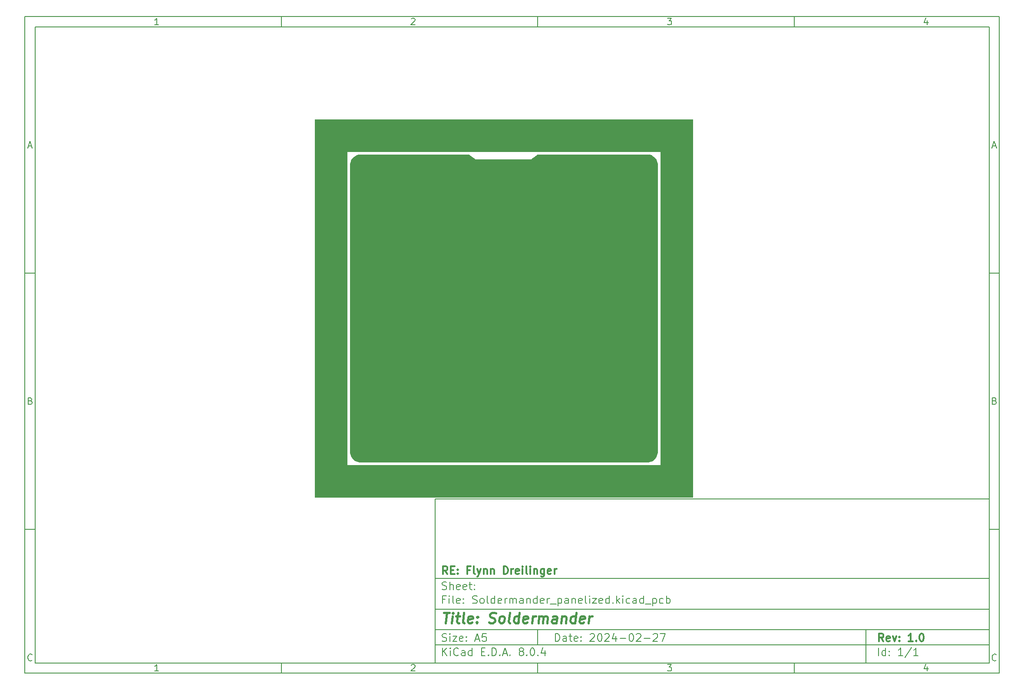
<source format=gbr>
%TF.GenerationSoftware,KiCad,Pcbnew,8.0.4*%
%TF.CreationDate,2024-07-26T20:24:49-07:00*%
%TF.ProjectId,Soldermander_panelized,536f6c64-6572-46d6-916e-6465725f7061,1.0*%
%TF.SameCoordinates,Original*%
%TF.FileFunction,Soldermask,Bot*%
%TF.FilePolarity,Negative*%
%FSLAX46Y46*%
G04 Gerber Fmt 4.6, Leading zero omitted, Abs format (unit mm)*
G04 Created by KiCad (PCBNEW 8.0.4) date 2024-07-26 20:24:49*
%MOMM*%
%LPD*%
G01*
G04 APERTURE LIST*
G04 Aperture macros list*
%AMRoundRect*
0 Rectangle with rounded corners*
0 $1 Rounding radius*
0 $2 $3 $4 $5 $6 $7 $8 $9 X,Y pos of 4 corners*
0 Add a 4 corners polygon primitive as box body*
4,1,4,$2,$3,$4,$5,$6,$7,$8,$9,$2,$3,0*
0 Add four circle primitives for the rounded corners*
1,1,$1+$1,$2,$3*
1,1,$1+$1,$4,$5*
1,1,$1+$1,$6,$7*
1,1,$1+$1,$8,$9*
0 Add four rect primitives between the rounded corners*
20,1,$1+$1,$2,$3,$4,$5,0*
20,1,$1+$1,$4,$5,$6,$7,0*
20,1,$1+$1,$6,$7,$8,$9,0*
20,1,$1+$1,$8,$9,$2,$3,0*%
G04 Aperture macros list end*
%ADD10C,0.100000*%
%ADD11C,0.150000*%
%ADD12C,0.300000*%
%ADD13C,0.400000*%
%ADD14C,0.010000*%
%ADD15C,4.700000*%
%ADD16R,1.308000X1.308000*%
%ADD17C,1.308000*%
%ADD18C,0.650000*%
%ADD19O,1.000000X2.100000*%
%ADD20O,1.000000X1.600000*%
%ADD21R,1.700000X1.700000*%
%ADD22O,1.700000X1.700000*%
%ADD23RoundRect,0.140000X-0.140000X-0.170000X0.140000X-0.170000X0.140000X0.170000X-0.140000X0.170000X0*%
%ADD24RoundRect,0.140000X0.140000X0.170000X-0.140000X0.170000X-0.140000X-0.170000X0.140000X-0.170000X0*%
%ADD25RoundRect,0.140000X0.170000X-0.140000X0.170000X0.140000X-0.170000X0.140000X-0.170000X-0.140000X0*%
%ADD26RoundRect,0.140000X-0.170000X0.140000X-0.170000X-0.140000X0.170000X-0.140000X0.170000X0.140000X0*%
%ADD27R,1.000000X1.000000*%
%ADD28RoundRect,0.147500X0.147500X0.172500X-0.147500X0.172500X-0.147500X-0.172500X0.147500X-0.172500X0*%
%ADD29RoundRect,0.147500X-0.147500X-0.172500X0.147500X-0.172500X0.147500X0.172500X-0.147500X0.172500X0*%
%ADD30C,3.000000*%
%ADD31RoundRect,0.135000X-0.035355X0.226274X-0.226274X0.035355X0.035355X-0.226274X0.226274X-0.035355X0*%
%ADD32RoundRect,0.140000X0.021213X-0.219203X0.219203X-0.021213X-0.021213X0.219203X-0.219203X0.021213X0*%
%ADD33RoundRect,0.135000X-0.135000X-0.185000X0.135000X-0.185000X0.135000X0.185000X-0.135000X0.185000X0*%
%ADD34RoundRect,0.225000X-0.225000X-0.250000X0.225000X-0.250000X0.225000X0.250000X-0.225000X0.250000X0*%
%ADD35RoundRect,0.135000X-0.185000X0.135000X-0.185000X-0.135000X0.185000X-0.135000X0.185000X0.135000X0*%
%ADD36R,0.230000X0.660000*%
%ADD37R,0.350000X0.660000*%
%ADD38RoundRect,0.135000X0.185000X-0.135000X0.185000X0.135000X-0.185000X0.135000X-0.185000X-0.135000X0*%
%ADD39RoundRect,0.135000X0.035355X-0.226274X0.226274X-0.035355X-0.035355X0.226274X-0.226274X0.035355X0*%
%ADD40RoundRect,0.140000X-0.021213X0.219203X-0.219203X0.021213X0.021213X-0.219203X0.219203X-0.021213X0*%
%ADD41RoundRect,0.225000X0.225000X0.250000X-0.225000X0.250000X-0.225000X-0.250000X0.225000X-0.250000X0*%
G04 APERTURE END LIST*
D10*
D11*
X90007200Y-104005800D02*
X198007200Y-104005800D01*
X198007200Y-136005800D01*
X90007200Y-136005800D01*
X90007200Y-104005800D01*
D10*
D11*
X10000000Y-10000000D02*
X200007200Y-10000000D01*
X200007200Y-138005800D01*
X10000000Y-138005800D01*
X10000000Y-10000000D01*
D10*
D11*
X12000000Y-12000000D02*
X198007200Y-12000000D01*
X198007200Y-136005800D01*
X12000000Y-136005800D01*
X12000000Y-12000000D01*
D10*
D11*
X60000000Y-12000000D02*
X60000000Y-10000000D01*
D10*
D11*
X110000000Y-12000000D02*
X110000000Y-10000000D01*
D10*
D11*
X160000000Y-12000000D02*
X160000000Y-10000000D01*
D10*
D11*
X36089160Y-11593604D02*
X35346303Y-11593604D01*
X35717731Y-11593604D02*
X35717731Y-10293604D01*
X35717731Y-10293604D02*
X35593922Y-10479319D01*
X35593922Y-10479319D02*
X35470112Y-10603128D01*
X35470112Y-10603128D02*
X35346303Y-10665033D01*
D10*
D11*
X85346303Y-10417414D02*
X85408207Y-10355509D01*
X85408207Y-10355509D02*
X85532017Y-10293604D01*
X85532017Y-10293604D02*
X85841541Y-10293604D01*
X85841541Y-10293604D02*
X85965350Y-10355509D01*
X85965350Y-10355509D02*
X86027255Y-10417414D01*
X86027255Y-10417414D02*
X86089160Y-10541223D01*
X86089160Y-10541223D02*
X86089160Y-10665033D01*
X86089160Y-10665033D02*
X86027255Y-10850747D01*
X86027255Y-10850747D02*
X85284398Y-11593604D01*
X85284398Y-11593604D02*
X86089160Y-11593604D01*
D10*
D11*
X135284398Y-10293604D02*
X136089160Y-10293604D01*
X136089160Y-10293604D02*
X135655826Y-10788842D01*
X135655826Y-10788842D02*
X135841541Y-10788842D01*
X135841541Y-10788842D02*
X135965350Y-10850747D01*
X135965350Y-10850747D02*
X136027255Y-10912652D01*
X136027255Y-10912652D02*
X136089160Y-11036461D01*
X136089160Y-11036461D02*
X136089160Y-11345985D01*
X136089160Y-11345985D02*
X136027255Y-11469795D01*
X136027255Y-11469795D02*
X135965350Y-11531700D01*
X135965350Y-11531700D02*
X135841541Y-11593604D01*
X135841541Y-11593604D02*
X135470112Y-11593604D01*
X135470112Y-11593604D02*
X135346303Y-11531700D01*
X135346303Y-11531700D02*
X135284398Y-11469795D01*
D10*
D11*
X185965350Y-10726938D02*
X185965350Y-11593604D01*
X185655826Y-10231700D02*
X185346303Y-11160271D01*
X185346303Y-11160271D02*
X186151064Y-11160271D01*
D10*
D11*
X60000000Y-136005800D02*
X60000000Y-138005800D01*
D10*
D11*
X110000000Y-136005800D02*
X110000000Y-138005800D01*
D10*
D11*
X160000000Y-136005800D02*
X160000000Y-138005800D01*
D10*
D11*
X36089160Y-137599404D02*
X35346303Y-137599404D01*
X35717731Y-137599404D02*
X35717731Y-136299404D01*
X35717731Y-136299404D02*
X35593922Y-136485119D01*
X35593922Y-136485119D02*
X35470112Y-136608928D01*
X35470112Y-136608928D02*
X35346303Y-136670833D01*
D10*
D11*
X85346303Y-136423214D02*
X85408207Y-136361309D01*
X85408207Y-136361309D02*
X85532017Y-136299404D01*
X85532017Y-136299404D02*
X85841541Y-136299404D01*
X85841541Y-136299404D02*
X85965350Y-136361309D01*
X85965350Y-136361309D02*
X86027255Y-136423214D01*
X86027255Y-136423214D02*
X86089160Y-136547023D01*
X86089160Y-136547023D02*
X86089160Y-136670833D01*
X86089160Y-136670833D02*
X86027255Y-136856547D01*
X86027255Y-136856547D02*
X85284398Y-137599404D01*
X85284398Y-137599404D02*
X86089160Y-137599404D01*
D10*
D11*
X135284398Y-136299404D02*
X136089160Y-136299404D01*
X136089160Y-136299404D02*
X135655826Y-136794642D01*
X135655826Y-136794642D02*
X135841541Y-136794642D01*
X135841541Y-136794642D02*
X135965350Y-136856547D01*
X135965350Y-136856547D02*
X136027255Y-136918452D01*
X136027255Y-136918452D02*
X136089160Y-137042261D01*
X136089160Y-137042261D02*
X136089160Y-137351785D01*
X136089160Y-137351785D02*
X136027255Y-137475595D01*
X136027255Y-137475595D02*
X135965350Y-137537500D01*
X135965350Y-137537500D02*
X135841541Y-137599404D01*
X135841541Y-137599404D02*
X135470112Y-137599404D01*
X135470112Y-137599404D02*
X135346303Y-137537500D01*
X135346303Y-137537500D02*
X135284398Y-137475595D01*
D10*
D11*
X185965350Y-136732738D02*
X185965350Y-137599404D01*
X185655826Y-136237500D02*
X185346303Y-137166071D01*
X185346303Y-137166071D02*
X186151064Y-137166071D01*
D10*
D11*
X10000000Y-60000000D02*
X12000000Y-60000000D01*
D10*
D11*
X10000000Y-110000000D02*
X12000000Y-110000000D01*
D10*
D11*
X10690476Y-35222176D02*
X11309523Y-35222176D01*
X10566666Y-35593604D02*
X10999999Y-34293604D01*
X10999999Y-34293604D02*
X11433333Y-35593604D01*
D10*
D11*
X11092857Y-84912652D02*
X11278571Y-84974557D01*
X11278571Y-84974557D02*
X11340476Y-85036461D01*
X11340476Y-85036461D02*
X11402380Y-85160271D01*
X11402380Y-85160271D02*
X11402380Y-85345985D01*
X11402380Y-85345985D02*
X11340476Y-85469795D01*
X11340476Y-85469795D02*
X11278571Y-85531700D01*
X11278571Y-85531700D02*
X11154761Y-85593604D01*
X11154761Y-85593604D02*
X10659523Y-85593604D01*
X10659523Y-85593604D02*
X10659523Y-84293604D01*
X10659523Y-84293604D02*
X11092857Y-84293604D01*
X11092857Y-84293604D02*
X11216666Y-84355509D01*
X11216666Y-84355509D02*
X11278571Y-84417414D01*
X11278571Y-84417414D02*
X11340476Y-84541223D01*
X11340476Y-84541223D02*
X11340476Y-84665033D01*
X11340476Y-84665033D02*
X11278571Y-84788842D01*
X11278571Y-84788842D02*
X11216666Y-84850747D01*
X11216666Y-84850747D02*
X11092857Y-84912652D01*
X11092857Y-84912652D02*
X10659523Y-84912652D01*
D10*
D11*
X11402380Y-135469795D02*
X11340476Y-135531700D01*
X11340476Y-135531700D02*
X11154761Y-135593604D01*
X11154761Y-135593604D02*
X11030952Y-135593604D01*
X11030952Y-135593604D02*
X10845238Y-135531700D01*
X10845238Y-135531700D02*
X10721428Y-135407890D01*
X10721428Y-135407890D02*
X10659523Y-135284080D01*
X10659523Y-135284080D02*
X10597619Y-135036461D01*
X10597619Y-135036461D02*
X10597619Y-134850747D01*
X10597619Y-134850747D02*
X10659523Y-134603128D01*
X10659523Y-134603128D02*
X10721428Y-134479319D01*
X10721428Y-134479319D02*
X10845238Y-134355509D01*
X10845238Y-134355509D02*
X11030952Y-134293604D01*
X11030952Y-134293604D02*
X11154761Y-134293604D01*
X11154761Y-134293604D02*
X11340476Y-134355509D01*
X11340476Y-134355509D02*
X11402380Y-134417414D01*
D10*
D11*
X200007200Y-60000000D02*
X198007200Y-60000000D01*
D10*
D11*
X200007200Y-110000000D02*
X198007200Y-110000000D01*
D10*
D11*
X198697676Y-35222176D02*
X199316723Y-35222176D01*
X198573866Y-35593604D02*
X199007199Y-34293604D01*
X199007199Y-34293604D02*
X199440533Y-35593604D01*
D10*
D11*
X199100057Y-84912652D02*
X199285771Y-84974557D01*
X199285771Y-84974557D02*
X199347676Y-85036461D01*
X199347676Y-85036461D02*
X199409580Y-85160271D01*
X199409580Y-85160271D02*
X199409580Y-85345985D01*
X199409580Y-85345985D02*
X199347676Y-85469795D01*
X199347676Y-85469795D02*
X199285771Y-85531700D01*
X199285771Y-85531700D02*
X199161961Y-85593604D01*
X199161961Y-85593604D02*
X198666723Y-85593604D01*
X198666723Y-85593604D02*
X198666723Y-84293604D01*
X198666723Y-84293604D02*
X199100057Y-84293604D01*
X199100057Y-84293604D02*
X199223866Y-84355509D01*
X199223866Y-84355509D02*
X199285771Y-84417414D01*
X199285771Y-84417414D02*
X199347676Y-84541223D01*
X199347676Y-84541223D02*
X199347676Y-84665033D01*
X199347676Y-84665033D02*
X199285771Y-84788842D01*
X199285771Y-84788842D02*
X199223866Y-84850747D01*
X199223866Y-84850747D02*
X199100057Y-84912652D01*
X199100057Y-84912652D02*
X198666723Y-84912652D01*
D10*
D11*
X199409580Y-135469795D02*
X199347676Y-135531700D01*
X199347676Y-135531700D02*
X199161961Y-135593604D01*
X199161961Y-135593604D02*
X199038152Y-135593604D01*
X199038152Y-135593604D02*
X198852438Y-135531700D01*
X198852438Y-135531700D02*
X198728628Y-135407890D01*
X198728628Y-135407890D02*
X198666723Y-135284080D01*
X198666723Y-135284080D02*
X198604819Y-135036461D01*
X198604819Y-135036461D02*
X198604819Y-134850747D01*
X198604819Y-134850747D02*
X198666723Y-134603128D01*
X198666723Y-134603128D02*
X198728628Y-134479319D01*
X198728628Y-134479319D02*
X198852438Y-134355509D01*
X198852438Y-134355509D02*
X199038152Y-134293604D01*
X199038152Y-134293604D02*
X199161961Y-134293604D01*
X199161961Y-134293604D02*
X199347676Y-134355509D01*
X199347676Y-134355509D02*
X199409580Y-134417414D01*
D10*
D11*
X113463026Y-131791928D02*
X113463026Y-130291928D01*
X113463026Y-130291928D02*
X113820169Y-130291928D01*
X113820169Y-130291928D02*
X114034455Y-130363357D01*
X114034455Y-130363357D02*
X114177312Y-130506214D01*
X114177312Y-130506214D02*
X114248741Y-130649071D01*
X114248741Y-130649071D02*
X114320169Y-130934785D01*
X114320169Y-130934785D02*
X114320169Y-131149071D01*
X114320169Y-131149071D02*
X114248741Y-131434785D01*
X114248741Y-131434785D02*
X114177312Y-131577642D01*
X114177312Y-131577642D02*
X114034455Y-131720500D01*
X114034455Y-131720500D02*
X113820169Y-131791928D01*
X113820169Y-131791928D02*
X113463026Y-131791928D01*
X115605884Y-131791928D02*
X115605884Y-131006214D01*
X115605884Y-131006214D02*
X115534455Y-130863357D01*
X115534455Y-130863357D02*
X115391598Y-130791928D01*
X115391598Y-130791928D02*
X115105884Y-130791928D01*
X115105884Y-130791928D02*
X114963026Y-130863357D01*
X115605884Y-131720500D02*
X115463026Y-131791928D01*
X115463026Y-131791928D02*
X115105884Y-131791928D01*
X115105884Y-131791928D02*
X114963026Y-131720500D01*
X114963026Y-131720500D02*
X114891598Y-131577642D01*
X114891598Y-131577642D02*
X114891598Y-131434785D01*
X114891598Y-131434785D02*
X114963026Y-131291928D01*
X114963026Y-131291928D02*
X115105884Y-131220500D01*
X115105884Y-131220500D02*
X115463026Y-131220500D01*
X115463026Y-131220500D02*
X115605884Y-131149071D01*
X116105884Y-130791928D02*
X116677312Y-130791928D01*
X116320169Y-130291928D02*
X116320169Y-131577642D01*
X116320169Y-131577642D02*
X116391598Y-131720500D01*
X116391598Y-131720500D02*
X116534455Y-131791928D01*
X116534455Y-131791928D02*
X116677312Y-131791928D01*
X117748741Y-131720500D02*
X117605884Y-131791928D01*
X117605884Y-131791928D02*
X117320170Y-131791928D01*
X117320170Y-131791928D02*
X117177312Y-131720500D01*
X117177312Y-131720500D02*
X117105884Y-131577642D01*
X117105884Y-131577642D02*
X117105884Y-131006214D01*
X117105884Y-131006214D02*
X117177312Y-130863357D01*
X117177312Y-130863357D02*
X117320170Y-130791928D01*
X117320170Y-130791928D02*
X117605884Y-130791928D01*
X117605884Y-130791928D02*
X117748741Y-130863357D01*
X117748741Y-130863357D02*
X117820170Y-131006214D01*
X117820170Y-131006214D02*
X117820170Y-131149071D01*
X117820170Y-131149071D02*
X117105884Y-131291928D01*
X118463026Y-131649071D02*
X118534455Y-131720500D01*
X118534455Y-131720500D02*
X118463026Y-131791928D01*
X118463026Y-131791928D02*
X118391598Y-131720500D01*
X118391598Y-131720500D02*
X118463026Y-131649071D01*
X118463026Y-131649071D02*
X118463026Y-131791928D01*
X118463026Y-130863357D02*
X118534455Y-130934785D01*
X118534455Y-130934785D02*
X118463026Y-131006214D01*
X118463026Y-131006214D02*
X118391598Y-130934785D01*
X118391598Y-130934785D02*
X118463026Y-130863357D01*
X118463026Y-130863357D02*
X118463026Y-131006214D01*
X120248741Y-130434785D02*
X120320169Y-130363357D01*
X120320169Y-130363357D02*
X120463027Y-130291928D01*
X120463027Y-130291928D02*
X120820169Y-130291928D01*
X120820169Y-130291928D02*
X120963027Y-130363357D01*
X120963027Y-130363357D02*
X121034455Y-130434785D01*
X121034455Y-130434785D02*
X121105884Y-130577642D01*
X121105884Y-130577642D02*
X121105884Y-130720500D01*
X121105884Y-130720500D02*
X121034455Y-130934785D01*
X121034455Y-130934785D02*
X120177312Y-131791928D01*
X120177312Y-131791928D02*
X121105884Y-131791928D01*
X122034455Y-130291928D02*
X122177312Y-130291928D01*
X122177312Y-130291928D02*
X122320169Y-130363357D01*
X122320169Y-130363357D02*
X122391598Y-130434785D01*
X122391598Y-130434785D02*
X122463026Y-130577642D01*
X122463026Y-130577642D02*
X122534455Y-130863357D01*
X122534455Y-130863357D02*
X122534455Y-131220500D01*
X122534455Y-131220500D02*
X122463026Y-131506214D01*
X122463026Y-131506214D02*
X122391598Y-131649071D01*
X122391598Y-131649071D02*
X122320169Y-131720500D01*
X122320169Y-131720500D02*
X122177312Y-131791928D01*
X122177312Y-131791928D02*
X122034455Y-131791928D01*
X122034455Y-131791928D02*
X121891598Y-131720500D01*
X121891598Y-131720500D02*
X121820169Y-131649071D01*
X121820169Y-131649071D02*
X121748740Y-131506214D01*
X121748740Y-131506214D02*
X121677312Y-131220500D01*
X121677312Y-131220500D02*
X121677312Y-130863357D01*
X121677312Y-130863357D02*
X121748740Y-130577642D01*
X121748740Y-130577642D02*
X121820169Y-130434785D01*
X121820169Y-130434785D02*
X121891598Y-130363357D01*
X121891598Y-130363357D02*
X122034455Y-130291928D01*
X123105883Y-130434785D02*
X123177311Y-130363357D01*
X123177311Y-130363357D02*
X123320169Y-130291928D01*
X123320169Y-130291928D02*
X123677311Y-130291928D01*
X123677311Y-130291928D02*
X123820169Y-130363357D01*
X123820169Y-130363357D02*
X123891597Y-130434785D01*
X123891597Y-130434785D02*
X123963026Y-130577642D01*
X123963026Y-130577642D02*
X123963026Y-130720500D01*
X123963026Y-130720500D02*
X123891597Y-130934785D01*
X123891597Y-130934785D02*
X123034454Y-131791928D01*
X123034454Y-131791928D02*
X123963026Y-131791928D01*
X125248740Y-130791928D02*
X125248740Y-131791928D01*
X124891597Y-130220500D02*
X124534454Y-131291928D01*
X124534454Y-131291928D02*
X125463025Y-131291928D01*
X126034453Y-131220500D02*
X127177311Y-131220500D01*
X128177311Y-130291928D02*
X128320168Y-130291928D01*
X128320168Y-130291928D02*
X128463025Y-130363357D01*
X128463025Y-130363357D02*
X128534454Y-130434785D01*
X128534454Y-130434785D02*
X128605882Y-130577642D01*
X128605882Y-130577642D02*
X128677311Y-130863357D01*
X128677311Y-130863357D02*
X128677311Y-131220500D01*
X128677311Y-131220500D02*
X128605882Y-131506214D01*
X128605882Y-131506214D02*
X128534454Y-131649071D01*
X128534454Y-131649071D02*
X128463025Y-131720500D01*
X128463025Y-131720500D02*
X128320168Y-131791928D01*
X128320168Y-131791928D02*
X128177311Y-131791928D01*
X128177311Y-131791928D02*
X128034454Y-131720500D01*
X128034454Y-131720500D02*
X127963025Y-131649071D01*
X127963025Y-131649071D02*
X127891596Y-131506214D01*
X127891596Y-131506214D02*
X127820168Y-131220500D01*
X127820168Y-131220500D02*
X127820168Y-130863357D01*
X127820168Y-130863357D02*
X127891596Y-130577642D01*
X127891596Y-130577642D02*
X127963025Y-130434785D01*
X127963025Y-130434785D02*
X128034454Y-130363357D01*
X128034454Y-130363357D02*
X128177311Y-130291928D01*
X129248739Y-130434785D02*
X129320167Y-130363357D01*
X129320167Y-130363357D02*
X129463025Y-130291928D01*
X129463025Y-130291928D02*
X129820167Y-130291928D01*
X129820167Y-130291928D02*
X129963025Y-130363357D01*
X129963025Y-130363357D02*
X130034453Y-130434785D01*
X130034453Y-130434785D02*
X130105882Y-130577642D01*
X130105882Y-130577642D02*
X130105882Y-130720500D01*
X130105882Y-130720500D02*
X130034453Y-130934785D01*
X130034453Y-130934785D02*
X129177310Y-131791928D01*
X129177310Y-131791928D02*
X130105882Y-131791928D01*
X130748738Y-131220500D02*
X131891596Y-131220500D01*
X132534453Y-130434785D02*
X132605881Y-130363357D01*
X132605881Y-130363357D02*
X132748739Y-130291928D01*
X132748739Y-130291928D02*
X133105881Y-130291928D01*
X133105881Y-130291928D02*
X133248739Y-130363357D01*
X133248739Y-130363357D02*
X133320167Y-130434785D01*
X133320167Y-130434785D02*
X133391596Y-130577642D01*
X133391596Y-130577642D02*
X133391596Y-130720500D01*
X133391596Y-130720500D02*
X133320167Y-130934785D01*
X133320167Y-130934785D02*
X132463024Y-131791928D01*
X132463024Y-131791928D02*
X133391596Y-131791928D01*
X133891595Y-130291928D02*
X134891595Y-130291928D01*
X134891595Y-130291928D02*
X134248738Y-131791928D01*
D10*
D11*
X90007200Y-132505800D02*
X198007200Y-132505800D01*
D10*
D11*
X91463026Y-134591928D02*
X91463026Y-133091928D01*
X92320169Y-134591928D02*
X91677312Y-133734785D01*
X92320169Y-133091928D02*
X91463026Y-133949071D01*
X92963026Y-134591928D02*
X92963026Y-133591928D01*
X92963026Y-133091928D02*
X92891598Y-133163357D01*
X92891598Y-133163357D02*
X92963026Y-133234785D01*
X92963026Y-133234785D02*
X93034455Y-133163357D01*
X93034455Y-133163357D02*
X92963026Y-133091928D01*
X92963026Y-133091928D02*
X92963026Y-133234785D01*
X94534455Y-134449071D02*
X94463027Y-134520500D01*
X94463027Y-134520500D02*
X94248741Y-134591928D01*
X94248741Y-134591928D02*
X94105884Y-134591928D01*
X94105884Y-134591928D02*
X93891598Y-134520500D01*
X93891598Y-134520500D02*
X93748741Y-134377642D01*
X93748741Y-134377642D02*
X93677312Y-134234785D01*
X93677312Y-134234785D02*
X93605884Y-133949071D01*
X93605884Y-133949071D02*
X93605884Y-133734785D01*
X93605884Y-133734785D02*
X93677312Y-133449071D01*
X93677312Y-133449071D02*
X93748741Y-133306214D01*
X93748741Y-133306214D02*
X93891598Y-133163357D01*
X93891598Y-133163357D02*
X94105884Y-133091928D01*
X94105884Y-133091928D02*
X94248741Y-133091928D01*
X94248741Y-133091928D02*
X94463027Y-133163357D01*
X94463027Y-133163357D02*
X94534455Y-133234785D01*
X95820170Y-134591928D02*
X95820170Y-133806214D01*
X95820170Y-133806214D02*
X95748741Y-133663357D01*
X95748741Y-133663357D02*
X95605884Y-133591928D01*
X95605884Y-133591928D02*
X95320170Y-133591928D01*
X95320170Y-133591928D02*
X95177312Y-133663357D01*
X95820170Y-134520500D02*
X95677312Y-134591928D01*
X95677312Y-134591928D02*
X95320170Y-134591928D01*
X95320170Y-134591928D02*
X95177312Y-134520500D01*
X95177312Y-134520500D02*
X95105884Y-134377642D01*
X95105884Y-134377642D02*
X95105884Y-134234785D01*
X95105884Y-134234785D02*
X95177312Y-134091928D01*
X95177312Y-134091928D02*
X95320170Y-134020500D01*
X95320170Y-134020500D02*
X95677312Y-134020500D01*
X95677312Y-134020500D02*
X95820170Y-133949071D01*
X97177313Y-134591928D02*
X97177313Y-133091928D01*
X97177313Y-134520500D02*
X97034455Y-134591928D01*
X97034455Y-134591928D02*
X96748741Y-134591928D01*
X96748741Y-134591928D02*
X96605884Y-134520500D01*
X96605884Y-134520500D02*
X96534455Y-134449071D01*
X96534455Y-134449071D02*
X96463027Y-134306214D01*
X96463027Y-134306214D02*
X96463027Y-133877642D01*
X96463027Y-133877642D02*
X96534455Y-133734785D01*
X96534455Y-133734785D02*
X96605884Y-133663357D01*
X96605884Y-133663357D02*
X96748741Y-133591928D01*
X96748741Y-133591928D02*
X97034455Y-133591928D01*
X97034455Y-133591928D02*
X97177313Y-133663357D01*
X99034455Y-133806214D02*
X99534455Y-133806214D01*
X99748741Y-134591928D02*
X99034455Y-134591928D01*
X99034455Y-134591928D02*
X99034455Y-133091928D01*
X99034455Y-133091928D02*
X99748741Y-133091928D01*
X100391598Y-134449071D02*
X100463027Y-134520500D01*
X100463027Y-134520500D02*
X100391598Y-134591928D01*
X100391598Y-134591928D02*
X100320170Y-134520500D01*
X100320170Y-134520500D02*
X100391598Y-134449071D01*
X100391598Y-134449071D02*
X100391598Y-134591928D01*
X101105884Y-134591928D02*
X101105884Y-133091928D01*
X101105884Y-133091928D02*
X101463027Y-133091928D01*
X101463027Y-133091928D02*
X101677313Y-133163357D01*
X101677313Y-133163357D02*
X101820170Y-133306214D01*
X101820170Y-133306214D02*
X101891599Y-133449071D01*
X101891599Y-133449071D02*
X101963027Y-133734785D01*
X101963027Y-133734785D02*
X101963027Y-133949071D01*
X101963027Y-133949071D02*
X101891599Y-134234785D01*
X101891599Y-134234785D02*
X101820170Y-134377642D01*
X101820170Y-134377642D02*
X101677313Y-134520500D01*
X101677313Y-134520500D02*
X101463027Y-134591928D01*
X101463027Y-134591928D02*
X101105884Y-134591928D01*
X102605884Y-134449071D02*
X102677313Y-134520500D01*
X102677313Y-134520500D02*
X102605884Y-134591928D01*
X102605884Y-134591928D02*
X102534456Y-134520500D01*
X102534456Y-134520500D02*
X102605884Y-134449071D01*
X102605884Y-134449071D02*
X102605884Y-134591928D01*
X103248742Y-134163357D02*
X103963028Y-134163357D01*
X103105885Y-134591928D02*
X103605885Y-133091928D01*
X103605885Y-133091928D02*
X104105885Y-134591928D01*
X104605884Y-134449071D02*
X104677313Y-134520500D01*
X104677313Y-134520500D02*
X104605884Y-134591928D01*
X104605884Y-134591928D02*
X104534456Y-134520500D01*
X104534456Y-134520500D02*
X104605884Y-134449071D01*
X104605884Y-134449071D02*
X104605884Y-134591928D01*
X106677313Y-133734785D02*
X106534456Y-133663357D01*
X106534456Y-133663357D02*
X106463027Y-133591928D01*
X106463027Y-133591928D02*
X106391599Y-133449071D01*
X106391599Y-133449071D02*
X106391599Y-133377642D01*
X106391599Y-133377642D02*
X106463027Y-133234785D01*
X106463027Y-133234785D02*
X106534456Y-133163357D01*
X106534456Y-133163357D02*
X106677313Y-133091928D01*
X106677313Y-133091928D02*
X106963027Y-133091928D01*
X106963027Y-133091928D02*
X107105885Y-133163357D01*
X107105885Y-133163357D02*
X107177313Y-133234785D01*
X107177313Y-133234785D02*
X107248742Y-133377642D01*
X107248742Y-133377642D02*
X107248742Y-133449071D01*
X107248742Y-133449071D02*
X107177313Y-133591928D01*
X107177313Y-133591928D02*
X107105885Y-133663357D01*
X107105885Y-133663357D02*
X106963027Y-133734785D01*
X106963027Y-133734785D02*
X106677313Y-133734785D01*
X106677313Y-133734785D02*
X106534456Y-133806214D01*
X106534456Y-133806214D02*
X106463027Y-133877642D01*
X106463027Y-133877642D02*
X106391599Y-134020500D01*
X106391599Y-134020500D02*
X106391599Y-134306214D01*
X106391599Y-134306214D02*
X106463027Y-134449071D01*
X106463027Y-134449071D02*
X106534456Y-134520500D01*
X106534456Y-134520500D02*
X106677313Y-134591928D01*
X106677313Y-134591928D02*
X106963027Y-134591928D01*
X106963027Y-134591928D02*
X107105885Y-134520500D01*
X107105885Y-134520500D02*
X107177313Y-134449071D01*
X107177313Y-134449071D02*
X107248742Y-134306214D01*
X107248742Y-134306214D02*
X107248742Y-134020500D01*
X107248742Y-134020500D02*
X107177313Y-133877642D01*
X107177313Y-133877642D02*
X107105885Y-133806214D01*
X107105885Y-133806214D02*
X106963027Y-133734785D01*
X107891598Y-134449071D02*
X107963027Y-134520500D01*
X107963027Y-134520500D02*
X107891598Y-134591928D01*
X107891598Y-134591928D02*
X107820170Y-134520500D01*
X107820170Y-134520500D02*
X107891598Y-134449071D01*
X107891598Y-134449071D02*
X107891598Y-134591928D01*
X108891599Y-133091928D02*
X109034456Y-133091928D01*
X109034456Y-133091928D02*
X109177313Y-133163357D01*
X109177313Y-133163357D02*
X109248742Y-133234785D01*
X109248742Y-133234785D02*
X109320170Y-133377642D01*
X109320170Y-133377642D02*
X109391599Y-133663357D01*
X109391599Y-133663357D02*
X109391599Y-134020500D01*
X109391599Y-134020500D02*
X109320170Y-134306214D01*
X109320170Y-134306214D02*
X109248742Y-134449071D01*
X109248742Y-134449071D02*
X109177313Y-134520500D01*
X109177313Y-134520500D02*
X109034456Y-134591928D01*
X109034456Y-134591928D02*
X108891599Y-134591928D01*
X108891599Y-134591928D02*
X108748742Y-134520500D01*
X108748742Y-134520500D02*
X108677313Y-134449071D01*
X108677313Y-134449071D02*
X108605884Y-134306214D01*
X108605884Y-134306214D02*
X108534456Y-134020500D01*
X108534456Y-134020500D02*
X108534456Y-133663357D01*
X108534456Y-133663357D02*
X108605884Y-133377642D01*
X108605884Y-133377642D02*
X108677313Y-133234785D01*
X108677313Y-133234785D02*
X108748742Y-133163357D01*
X108748742Y-133163357D02*
X108891599Y-133091928D01*
X110034455Y-134449071D02*
X110105884Y-134520500D01*
X110105884Y-134520500D02*
X110034455Y-134591928D01*
X110034455Y-134591928D02*
X109963027Y-134520500D01*
X109963027Y-134520500D02*
X110034455Y-134449071D01*
X110034455Y-134449071D02*
X110034455Y-134591928D01*
X111391599Y-133591928D02*
X111391599Y-134591928D01*
X111034456Y-133020500D02*
X110677313Y-134091928D01*
X110677313Y-134091928D02*
X111605884Y-134091928D01*
D10*
D11*
X90007200Y-129505800D02*
X198007200Y-129505800D01*
D10*
D12*
X177418853Y-131784128D02*
X176918853Y-131069842D01*
X176561710Y-131784128D02*
X176561710Y-130284128D01*
X176561710Y-130284128D02*
X177133139Y-130284128D01*
X177133139Y-130284128D02*
X177275996Y-130355557D01*
X177275996Y-130355557D02*
X177347425Y-130426985D01*
X177347425Y-130426985D02*
X177418853Y-130569842D01*
X177418853Y-130569842D02*
X177418853Y-130784128D01*
X177418853Y-130784128D02*
X177347425Y-130926985D01*
X177347425Y-130926985D02*
X177275996Y-130998414D01*
X177275996Y-130998414D02*
X177133139Y-131069842D01*
X177133139Y-131069842D02*
X176561710Y-131069842D01*
X178633139Y-131712700D02*
X178490282Y-131784128D01*
X178490282Y-131784128D02*
X178204568Y-131784128D01*
X178204568Y-131784128D02*
X178061710Y-131712700D01*
X178061710Y-131712700D02*
X177990282Y-131569842D01*
X177990282Y-131569842D02*
X177990282Y-130998414D01*
X177990282Y-130998414D02*
X178061710Y-130855557D01*
X178061710Y-130855557D02*
X178204568Y-130784128D01*
X178204568Y-130784128D02*
X178490282Y-130784128D01*
X178490282Y-130784128D02*
X178633139Y-130855557D01*
X178633139Y-130855557D02*
X178704568Y-130998414D01*
X178704568Y-130998414D02*
X178704568Y-131141271D01*
X178704568Y-131141271D02*
X177990282Y-131284128D01*
X179204567Y-130784128D02*
X179561710Y-131784128D01*
X179561710Y-131784128D02*
X179918853Y-130784128D01*
X180490281Y-131641271D02*
X180561710Y-131712700D01*
X180561710Y-131712700D02*
X180490281Y-131784128D01*
X180490281Y-131784128D02*
X180418853Y-131712700D01*
X180418853Y-131712700D02*
X180490281Y-131641271D01*
X180490281Y-131641271D02*
X180490281Y-131784128D01*
X180490281Y-130855557D02*
X180561710Y-130926985D01*
X180561710Y-130926985D02*
X180490281Y-130998414D01*
X180490281Y-130998414D02*
X180418853Y-130926985D01*
X180418853Y-130926985D02*
X180490281Y-130855557D01*
X180490281Y-130855557D02*
X180490281Y-130998414D01*
X183133139Y-131784128D02*
X182275996Y-131784128D01*
X182704567Y-131784128D02*
X182704567Y-130284128D01*
X182704567Y-130284128D02*
X182561710Y-130498414D01*
X182561710Y-130498414D02*
X182418853Y-130641271D01*
X182418853Y-130641271D02*
X182275996Y-130712700D01*
X183775995Y-131641271D02*
X183847424Y-131712700D01*
X183847424Y-131712700D02*
X183775995Y-131784128D01*
X183775995Y-131784128D02*
X183704567Y-131712700D01*
X183704567Y-131712700D02*
X183775995Y-131641271D01*
X183775995Y-131641271D02*
X183775995Y-131784128D01*
X184775996Y-130284128D02*
X184918853Y-130284128D01*
X184918853Y-130284128D02*
X185061710Y-130355557D01*
X185061710Y-130355557D02*
X185133139Y-130426985D01*
X185133139Y-130426985D02*
X185204567Y-130569842D01*
X185204567Y-130569842D02*
X185275996Y-130855557D01*
X185275996Y-130855557D02*
X185275996Y-131212700D01*
X185275996Y-131212700D02*
X185204567Y-131498414D01*
X185204567Y-131498414D02*
X185133139Y-131641271D01*
X185133139Y-131641271D02*
X185061710Y-131712700D01*
X185061710Y-131712700D02*
X184918853Y-131784128D01*
X184918853Y-131784128D02*
X184775996Y-131784128D01*
X184775996Y-131784128D02*
X184633139Y-131712700D01*
X184633139Y-131712700D02*
X184561710Y-131641271D01*
X184561710Y-131641271D02*
X184490281Y-131498414D01*
X184490281Y-131498414D02*
X184418853Y-131212700D01*
X184418853Y-131212700D02*
X184418853Y-130855557D01*
X184418853Y-130855557D02*
X184490281Y-130569842D01*
X184490281Y-130569842D02*
X184561710Y-130426985D01*
X184561710Y-130426985D02*
X184633139Y-130355557D01*
X184633139Y-130355557D02*
X184775996Y-130284128D01*
D10*
D11*
X91391598Y-131720500D02*
X91605884Y-131791928D01*
X91605884Y-131791928D02*
X91963026Y-131791928D01*
X91963026Y-131791928D02*
X92105884Y-131720500D01*
X92105884Y-131720500D02*
X92177312Y-131649071D01*
X92177312Y-131649071D02*
X92248741Y-131506214D01*
X92248741Y-131506214D02*
X92248741Y-131363357D01*
X92248741Y-131363357D02*
X92177312Y-131220500D01*
X92177312Y-131220500D02*
X92105884Y-131149071D01*
X92105884Y-131149071D02*
X91963026Y-131077642D01*
X91963026Y-131077642D02*
X91677312Y-131006214D01*
X91677312Y-131006214D02*
X91534455Y-130934785D01*
X91534455Y-130934785D02*
X91463026Y-130863357D01*
X91463026Y-130863357D02*
X91391598Y-130720500D01*
X91391598Y-130720500D02*
X91391598Y-130577642D01*
X91391598Y-130577642D02*
X91463026Y-130434785D01*
X91463026Y-130434785D02*
X91534455Y-130363357D01*
X91534455Y-130363357D02*
X91677312Y-130291928D01*
X91677312Y-130291928D02*
X92034455Y-130291928D01*
X92034455Y-130291928D02*
X92248741Y-130363357D01*
X92891597Y-131791928D02*
X92891597Y-130791928D01*
X92891597Y-130291928D02*
X92820169Y-130363357D01*
X92820169Y-130363357D02*
X92891597Y-130434785D01*
X92891597Y-130434785D02*
X92963026Y-130363357D01*
X92963026Y-130363357D02*
X92891597Y-130291928D01*
X92891597Y-130291928D02*
X92891597Y-130434785D01*
X93463026Y-130791928D02*
X94248741Y-130791928D01*
X94248741Y-130791928D02*
X93463026Y-131791928D01*
X93463026Y-131791928D02*
X94248741Y-131791928D01*
X95391598Y-131720500D02*
X95248741Y-131791928D01*
X95248741Y-131791928D02*
X94963027Y-131791928D01*
X94963027Y-131791928D02*
X94820169Y-131720500D01*
X94820169Y-131720500D02*
X94748741Y-131577642D01*
X94748741Y-131577642D02*
X94748741Y-131006214D01*
X94748741Y-131006214D02*
X94820169Y-130863357D01*
X94820169Y-130863357D02*
X94963027Y-130791928D01*
X94963027Y-130791928D02*
X95248741Y-130791928D01*
X95248741Y-130791928D02*
X95391598Y-130863357D01*
X95391598Y-130863357D02*
X95463027Y-131006214D01*
X95463027Y-131006214D02*
X95463027Y-131149071D01*
X95463027Y-131149071D02*
X94748741Y-131291928D01*
X96105883Y-131649071D02*
X96177312Y-131720500D01*
X96177312Y-131720500D02*
X96105883Y-131791928D01*
X96105883Y-131791928D02*
X96034455Y-131720500D01*
X96034455Y-131720500D02*
X96105883Y-131649071D01*
X96105883Y-131649071D02*
X96105883Y-131791928D01*
X96105883Y-130863357D02*
X96177312Y-130934785D01*
X96177312Y-130934785D02*
X96105883Y-131006214D01*
X96105883Y-131006214D02*
X96034455Y-130934785D01*
X96034455Y-130934785D02*
X96105883Y-130863357D01*
X96105883Y-130863357D02*
X96105883Y-131006214D01*
X97891598Y-131363357D02*
X98605884Y-131363357D01*
X97748741Y-131791928D02*
X98248741Y-130291928D01*
X98248741Y-130291928D02*
X98748741Y-131791928D01*
X99963026Y-130291928D02*
X99248740Y-130291928D01*
X99248740Y-130291928D02*
X99177312Y-131006214D01*
X99177312Y-131006214D02*
X99248740Y-130934785D01*
X99248740Y-130934785D02*
X99391598Y-130863357D01*
X99391598Y-130863357D02*
X99748740Y-130863357D01*
X99748740Y-130863357D02*
X99891598Y-130934785D01*
X99891598Y-130934785D02*
X99963026Y-131006214D01*
X99963026Y-131006214D02*
X100034455Y-131149071D01*
X100034455Y-131149071D02*
X100034455Y-131506214D01*
X100034455Y-131506214D02*
X99963026Y-131649071D01*
X99963026Y-131649071D02*
X99891598Y-131720500D01*
X99891598Y-131720500D02*
X99748740Y-131791928D01*
X99748740Y-131791928D02*
X99391598Y-131791928D01*
X99391598Y-131791928D02*
X99248740Y-131720500D01*
X99248740Y-131720500D02*
X99177312Y-131649071D01*
D10*
D11*
X176463026Y-134591928D02*
X176463026Y-133091928D01*
X177820170Y-134591928D02*
X177820170Y-133091928D01*
X177820170Y-134520500D02*
X177677312Y-134591928D01*
X177677312Y-134591928D02*
X177391598Y-134591928D01*
X177391598Y-134591928D02*
X177248741Y-134520500D01*
X177248741Y-134520500D02*
X177177312Y-134449071D01*
X177177312Y-134449071D02*
X177105884Y-134306214D01*
X177105884Y-134306214D02*
X177105884Y-133877642D01*
X177105884Y-133877642D02*
X177177312Y-133734785D01*
X177177312Y-133734785D02*
X177248741Y-133663357D01*
X177248741Y-133663357D02*
X177391598Y-133591928D01*
X177391598Y-133591928D02*
X177677312Y-133591928D01*
X177677312Y-133591928D02*
X177820170Y-133663357D01*
X178534455Y-134449071D02*
X178605884Y-134520500D01*
X178605884Y-134520500D02*
X178534455Y-134591928D01*
X178534455Y-134591928D02*
X178463027Y-134520500D01*
X178463027Y-134520500D02*
X178534455Y-134449071D01*
X178534455Y-134449071D02*
X178534455Y-134591928D01*
X178534455Y-133663357D02*
X178605884Y-133734785D01*
X178605884Y-133734785D02*
X178534455Y-133806214D01*
X178534455Y-133806214D02*
X178463027Y-133734785D01*
X178463027Y-133734785D02*
X178534455Y-133663357D01*
X178534455Y-133663357D02*
X178534455Y-133806214D01*
X181177313Y-134591928D02*
X180320170Y-134591928D01*
X180748741Y-134591928D02*
X180748741Y-133091928D01*
X180748741Y-133091928D02*
X180605884Y-133306214D01*
X180605884Y-133306214D02*
X180463027Y-133449071D01*
X180463027Y-133449071D02*
X180320170Y-133520500D01*
X182891598Y-133020500D02*
X181605884Y-134949071D01*
X184177313Y-134591928D02*
X183320170Y-134591928D01*
X183748741Y-134591928D02*
X183748741Y-133091928D01*
X183748741Y-133091928D02*
X183605884Y-133306214D01*
X183605884Y-133306214D02*
X183463027Y-133449071D01*
X183463027Y-133449071D02*
X183320170Y-133520500D01*
D10*
D11*
X90007200Y-125505800D02*
X198007200Y-125505800D01*
D10*
D13*
X91698928Y-126210238D02*
X92841785Y-126210238D01*
X92020357Y-128210238D02*
X92270357Y-126210238D01*
X93258452Y-128210238D02*
X93425119Y-126876904D01*
X93508452Y-126210238D02*
X93401309Y-126305476D01*
X93401309Y-126305476D02*
X93484643Y-126400714D01*
X93484643Y-126400714D02*
X93591786Y-126305476D01*
X93591786Y-126305476D02*
X93508452Y-126210238D01*
X93508452Y-126210238D02*
X93484643Y-126400714D01*
X94091786Y-126876904D02*
X94853690Y-126876904D01*
X94460833Y-126210238D02*
X94246548Y-127924523D01*
X94246548Y-127924523D02*
X94317976Y-128115000D01*
X94317976Y-128115000D02*
X94496548Y-128210238D01*
X94496548Y-128210238D02*
X94687024Y-128210238D01*
X95639405Y-128210238D02*
X95460833Y-128115000D01*
X95460833Y-128115000D02*
X95389405Y-127924523D01*
X95389405Y-127924523D02*
X95603690Y-126210238D01*
X97175119Y-128115000D02*
X96972738Y-128210238D01*
X96972738Y-128210238D02*
X96591785Y-128210238D01*
X96591785Y-128210238D02*
X96413214Y-128115000D01*
X96413214Y-128115000D02*
X96341785Y-127924523D01*
X96341785Y-127924523D02*
X96437024Y-127162619D01*
X96437024Y-127162619D02*
X96556071Y-126972142D01*
X96556071Y-126972142D02*
X96758452Y-126876904D01*
X96758452Y-126876904D02*
X97139404Y-126876904D01*
X97139404Y-126876904D02*
X97317976Y-126972142D01*
X97317976Y-126972142D02*
X97389404Y-127162619D01*
X97389404Y-127162619D02*
X97365595Y-127353095D01*
X97365595Y-127353095D02*
X96389404Y-127543571D01*
X98139405Y-128019761D02*
X98222738Y-128115000D01*
X98222738Y-128115000D02*
X98115595Y-128210238D01*
X98115595Y-128210238D02*
X98032262Y-128115000D01*
X98032262Y-128115000D02*
X98139405Y-128019761D01*
X98139405Y-128019761D02*
X98115595Y-128210238D01*
X98270357Y-126972142D02*
X98353690Y-127067380D01*
X98353690Y-127067380D02*
X98246548Y-127162619D01*
X98246548Y-127162619D02*
X98163214Y-127067380D01*
X98163214Y-127067380D02*
X98270357Y-126972142D01*
X98270357Y-126972142D02*
X98246548Y-127162619D01*
X100508453Y-128115000D02*
X100782262Y-128210238D01*
X100782262Y-128210238D02*
X101258453Y-128210238D01*
X101258453Y-128210238D02*
X101460834Y-128115000D01*
X101460834Y-128115000D02*
X101567977Y-128019761D01*
X101567977Y-128019761D02*
X101687024Y-127829285D01*
X101687024Y-127829285D02*
X101710834Y-127638809D01*
X101710834Y-127638809D02*
X101639405Y-127448333D01*
X101639405Y-127448333D02*
X101556072Y-127353095D01*
X101556072Y-127353095D02*
X101377501Y-127257857D01*
X101377501Y-127257857D02*
X101008453Y-127162619D01*
X101008453Y-127162619D02*
X100829881Y-127067380D01*
X100829881Y-127067380D02*
X100746548Y-126972142D01*
X100746548Y-126972142D02*
X100675120Y-126781666D01*
X100675120Y-126781666D02*
X100698929Y-126591190D01*
X100698929Y-126591190D02*
X100817977Y-126400714D01*
X100817977Y-126400714D02*
X100925120Y-126305476D01*
X100925120Y-126305476D02*
X101127501Y-126210238D01*
X101127501Y-126210238D02*
X101603691Y-126210238D01*
X101603691Y-126210238D02*
X101877501Y-126305476D01*
X102782263Y-128210238D02*
X102603691Y-128115000D01*
X102603691Y-128115000D02*
X102520358Y-128019761D01*
X102520358Y-128019761D02*
X102448929Y-127829285D01*
X102448929Y-127829285D02*
X102520358Y-127257857D01*
X102520358Y-127257857D02*
X102639405Y-127067380D01*
X102639405Y-127067380D02*
X102746548Y-126972142D01*
X102746548Y-126972142D02*
X102948929Y-126876904D01*
X102948929Y-126876904D02*
X103234643Y-126876904D01*
X103234643Y-126876904D02*
X103413215Y-126972142D01*
X103413215Y-126972142D02*
X103496548Y-127067380D01*
X103496548Y-127067380D02*
X103567977Y-127257857D01*
X103567977Y-127257857D02*
X103496548Y-127829285D01*
X103496548Y-127829285D02*
X103377501Y-128019761D01*
X103377501Y-128019761D02*
X103270358Y-128115000D01*
X103270358Y-128115000D02*
X103067977Y-128210238D01*
X103067977Y-128210238D02*
X102782263Y-128210238D01*
X104591787Y-128210238D02*
X104413215Y-128115000D01*
X104413215Y-128115000D02*
X104341787Y-127924523D01*
X104341787Y-127924523D02*
X104556072Y-126210238D01*
X106210834Y-128210238D02*
X106460834Y-126210238D01*
X106222739Y-128115000D02*
X106020358Y-128210238D01*
X106020358Y-128210238D02*
X105639406Y-128210238D01*
X105639406Y-128210238D02*
X105460834Y-128115000D01*
X105460834Y-128115000D02*
X105377501Y-128019761D01*
X105377501Y-128019761D02*
X105306072Y-127829285D01*
X105306072Y-127829285D02*
X105377501Y-127257857D01*
X105377501Y-127257857D02*
X105496548Y-127067380D01*
X105496548Y-127067380D02*
X105603691Y-126972142D01*
X105603691Y-126972142D02*
X105806072Y-126876904D01*
X105806072Y-126876904D02*
X106187025Y-126876904D01*
X106187025Y-126876904D02*
X106365596Y-126972142D01*
X107937025Y-128115000D02*
X107734644Y-128210238D01*
X107734644Y-128210238D02*
X107353691Y-128210238D01*
X107353691Y-128210238D02*
X107175120Y-128115000D01*
X107175120Y-128115000D02*
X107103691Y-127924523D01*
X107103691Y-127924523D02*
X107198930Y-127162619D01*
X107198930Y-127162619D02*
X107317977Y-126972142D01*
X107317977Y-126972142D02*
X107520358Y-126876904D01*
X107520358Y-126876904D02*
X107901310Y-126876904D01*
X107901310Y-126876904D02*
X108079882Y-126972142D01*
X108079882Y-126972142D02*
X108151310Y-127162619D01*
X108151310Y-127162619D02*
X108127501Y-127353095D01*
X108127501Y-127353095D02*
X107151310Y-127543571D01*
X108877501Y-128210238D02*
X109044168Y-126876904D01*
X108996549Y-127257857D02*
X109115596Y-127067380D01*
X109115596Y-127067380D02*
X109222739Y-126972142D01*
X109222739Y-126972142D02*
X109425120Y-126876904D01*
X109425120Y-126876904D02*
X109615596Y-126876904D01*
X110115596Y-128210238D02*
X110282263Y-126876904D01*
X110258453Y-127067380D02*
X110365596Y-126972142D01*
X110365596Y-126972142D02*
X110567977Y-126876904D01*
X110567977Y-126876904D02*
X110853691Y-126876904D01*
X110853691Y-126876904D02*
X111032263Y-126972142D01*
X111032263Y-126972142D02*
X111103691Y-127162619D01*
X111103691Y-127162619D02*
X110972739Y-128210238D01*
X111103691Y-127162619D02*
X111222739Y-126972142D01*
X111222739Y-126972142D02*
X111425120Y-126876904D01*
X111425120Y-126876904D02*
X111710834Y-126876904D01*
X111710834Y-126876904D02*
X111889406Y-126972142D01*
X111889406Y-126972142D02*
X111960834Y-127162619D01*
X111960834Y-127162619D02*
X111829882Y-128210238D01*
X113639406Y-128210238D02*
X113770358Y-127162619D01*
X113770358Y-127162619D02*
X113698930Y-126972142D01*
X113698930Y-126972142D02*
X113520358Y-126876904D01*
X113520358Y-126876904D02*
X113139406Y-126876904D01*
X113139406Y-126876904D02*
X112937025Y-126972142D01*
X113651311Y-128115000D02*
X113448930Y-128210238D01*
X113448930Y-128210238D02*
X112972739Y-128210238D01*
X112972739Y-128210238D02*
X112794168Y-128115000D01*
X112794168Y-128115000D02*
X112722739Y-127924523D01*
X112722739Y-127924523D02*
X112746549Y-127734047D01*
X112746549Y-127734047D02*
X112865597Y-127543571D01*
X112865597Y-127543571D02*
X113067978Y-127448333D01*
X113067978Y-127448333D02*
X113544168Y-127448333D01*
X113544168Y-127448333D02*
X113746549Y-127353095D01*
X114758454Y-126876904D02*
X114591787Y-128210238D01*
X114734644Y-127067380D02*
X114841787Y-126972142D01*
X114841787Y-126972142D02*
X115044168Y-126876904D01*
X115044168Y-126876904D02*
X115329882Y-126876904D01*
X115329882Y-126876904D02*
X115508454Y-126972142D01*
X115508454Y-126972142D02*
X115579882Y-127162619D01*
X115579882Y-127162619D02*
X115448930Y-128210238D01*
X117258454Y-128210238D02*
X117508454Y-126210238D01*
X117270359Y-128115000D02*
X117067978Y-128210238D01*
X117067978Y-128210238D02*
X116687026Y-128210238D01*
X116687026Y-128210238D02*
X116508454Y-128115000D01*
X116508454Y-128115000D02*
X116425121Y-128019761D01*
X116425121Y-128019761D02*
X116353692Y-127829285D01*
X116353692Y-127829285D02*
X116425121Y-127257857D01*
X116425121Y-127257857D02*
X116544168Y-127067380D01*
X116544168Y-127067380D02*
X116651311Y-126972142D01*
X116651311Y-126972142D02*
X116853692Y-126876904D01*
X116853692Y-126876904D02*
X117234645Y-126876904D01*
X117234645Y-126876904D02*
X117413216Y-126972142D01*
X118984645Y-128115000D02*
X118782264Y-128210238D01*
X118782264Y-128210238D02*
X118401311Y-128210238D01*
X118401311Y-128210238D02*
X118222740Y-128115000D01*
X118222740Y-128115000D02*
X118151311Y-127924523D01*
X118151311Y-127924523D02*
X118246550Y-127162619D01*
X118246550Y-127162619D02*
X118365597Y-126972142D01*
X118365597Y-126972142D02*
X118567978Y-126876904D01*
X118567978Y-126876904D02*
X118948930Y-126876904D01*
X118948930Y-126876904D02*
X119127502Y-126972142D01*
X119127502Y-126972142D02*
X119198930Y-127162619D01*
X119198930Y-127162619D02*
X119175121Y-127353095D01*
X119175121Y-127353095D02*
X118198930Y-127543571D01*
X119925121Y-128210238D02*
X120091788Y-126876904D01*
X120044169Y-127257857D02*
X120163216Y-127067380D01*
X120163216Y-127067380D02*
X120270359Y-126972142D01*
X120270359Y-126972142D02*
X120472740Y-126876904D01*
X120472740Y-126876904D02*
X120663216Y-126876904D01*
D10*
D11*
X91963026Y-123606214D02*
X91463026Y-123606214D01*
X91463026Y-124391928D02*
X91463026Y-122891928D01*
X91463026Y-122891928D02*
X92177312Y-122891928D01*
X92748740Y-124391928D02*
X92748740Y-123391928D01*
X92748740Y-122891928D02*
X92677312Y-122963357D01*
X92677312Y-122963357D02*
X92748740Y-123034785D01*
X92748740Y-123034785D02*
X92820169Y-122963357D01*
X92820169Y-122963357D02*
X92748740Y-122891928D01*
X92748740Y-122891928D02*
X92748740Y-123034785D01*
X93677312Y-124391928D02*
X93534455Y-124320500D01*
X93534455Y-124320500D02*
X93463026Y-124177642D01*
X93463026Y-124177642D02*
X93463026Y-122891928D01*
X94820169Y-124320500D02*
X94677312Y-124391928D01*
X94677312Y-124391928D02*
X94391598Y-124391928D01*
X94391598Y-124391928D02*
X94248740Y-124320500D01*
X94248740Y-124320500D02*
X94177312Y-124177642D01*
X94177312Y-124177642D02*
X94177312Y-123606214D01*
X94177312Y-123606214D02*
X94248740Y-123463357D01*
X94248740Y-123463357D02*
X94391598Y-123391928D01*
X94391598Y-123391928D02*
X94677312Y-123391928D01*
X94677312Y-123391928D02*
X94820169Y-123463357D01*
X94820169Y-123463357D02*
X94891598Y-123606214D01*
X94891598Y-123606214D02*
X94891598Y-123749071D01*
X94891598Y-123749071D02*
X94177312Y-123891928D01*
X95534454Y-124249071D02*
X95605883Y-124320500D01*
X95605883Y-124320500D02*
X95534454Y-124391928D01*
X95534454Y-124391928D02*
X95463026Y-124320500D01*
X95463026Y-124320500D02*
X95534454Y-124249071D01*
X95534454Y-124249071D02*
X95534454Y-124391928D01*
X95534454Y-123463357D02*
X95605883Y-123534785D01*
X95605883Y-123534785D02*
X95534454Y-123606214D01*
X95534454Y-123606214D02*
X95463026Y-123534785D01*
X95463026Y-123534785D02*
X95534454Y-123463357D01*
X95534454Y-123463357D02*
X95534454Y-123606214D01*
X97320169Y-124320500D02*
X97534455Y-124391928D01*
X97534455Y-124391928D02*
X97891597Y-124391928D01*
X97891597Y-124391928D02*
X98034455Y-124320500D01*
X98034455Y-124320500D02*
X98105883Y-124249071D01*
X98105883Y-124249071D02*
X98177312Y-124106214D01*
X98177312Y-124106214D02*
X98177312Y-123963357D01*
X98177312Y-123963357D02*
X98105883Y-123820500D01*
X98105883Y-123820500D02*
X98034455Y-123749071D01*
X98034455Y-123749071D02*
X97891597Y-123677642D01*
X97891597Y-123677642D02*
X97605883Y-123606214D01*
X97605883Y-123606214D02*
X97463026Y-123534785D01*
X97463026Y-123534785D02*
X97391597Y-123463357D01*
X97391597Y-123463357D02*
X97320169Y-123320500D01*
X97320169Y-123320500D02*
X97320169Y-123177642D01*
X97320169Y-123177642D02*
X97391597Y-123034785D01*
X97391597Y-123034785D02*
X97463026Y-122963357D01*
X97463026Y-122963357D02*
X97605883Y-122891928D01*
X97605883Y-122891928D02*
X97963026Y-122891928D01*
X97963026Y-122891928D02*
X98177312Y-122963357D01*
X99034454Y-124391928D02*
X98891597Y-124320500D01*
X98891597Y-124320500D02*
X98820168Y-124249071D01*
X98820168Y-124249071D02*
X98748740Y-124106214D01*
X98748740Y-124106214D02*
X98748740Y-123677642D01*
X98748740Y-123677642D02*
X98820168Y-123534785D01*
X98820168Y-123534785D02*
X98891597Y-123463357D01*
X98891597Y-123463357D02*
X99034454Y-123391928D01*
X99034454Y-123391928D02*
X99248740Y-123391928D01*
X99248740Y-123391928D02*
X99391597Y-123463357D01*
X99391597Y-123463357D02*
X99463026Y-123534785D01*
X99463026Y-123534785D02*
X99534454Y-123677642D01*
X99534454Y-123677642D02*
X99534454Y-124106214D01*
X99534454Y-124106214D02*
X99463026Y-124249071D01*
X99463026Y-124249071D02*
X99391597Y-124320500D01*
X99391597Y-124320500D02*
X99248740Y-124391928D01*
X99248740Y-124391928D02*
X99034454Y-124391928D01*
X100391597Y-124391928D02*
X100248740Y-124320500D01*
X100248740Y-124320500D02*
X100177311Y-124177642D01*
X100177311Y-124177642D02*
X100177311Y-122891928D01*
X101605883Y-124391928D02*
X101605883Y-122891928D01*
X101605883Y-124320500D02*
X101463025Y-124391928D01*
X101463025Y-124391928D02*
X101177311Y-124391928D01*
X101177311Y-124391928D02*
X101034454Y-124320500D01*
X101034454Y-124320500D02*
X100963025Y-124249071D01*
X100963025Y-124249071D02*
X100891597Y-124106214D01*
X100891597Y-124106214D02*
X100891597Y-123677642D01*
X100891597Y-123677642D02*
X100963025Y-123534785D01*
X100963025Y-123534785D02*
X101034454Y-123463357D01*
X101034454Y-123463357D02*
X101177311Y-123391928D01*
X101177311Y-123391928D02*
X101463025Y-123391928D01*
X101463025Y-123391928D02*
X101605883Y-123463357D01*
X102891597Y-124320500D02*
X102748740Y-124391928D01*
X102748740Y-124391928D02*
X102463026Y-124391928D01*
X102463026Y-124391928D02*
X102320168Y-124320500D01*
X102320168Y-124320500D02*
X102248740Y-124177642D01*
X102248740Y-124177642D02*
X102248740Y-123606214D01*
X102248740Y-123606214D02*
X102320168Y-123463357D01*
X102320168Y-123463357D02*
X102463026Y-123391928D01*
X102463026Y-123391928D02*
X102748740Y-123391928D01*
X102748740Y-123391928D02*
X102891597Y-123463357D01*
X102891597Y-123463357D02*
X102963026Y-123606214D01*
X102963026Y-123606214D02*
X102963026Y-123749071D01*
X102963026Y-123749071D02*
X102248740Y-123891928D01*
X103605882Y-124391928D02*
X103605882Y-123391928D01*
X103605882Y-123677642D02*
X103677311Y-123534785D01*
X103677311Y-123534785D02*
X103748740Y-123463357D01*
X103748740Y-123463357D02*
X103891597Y-123391928D01*
X103891597Y-123391928D02*
X104034454Y-123391928D01*
X104534453Y-124391928D02*
X104534453Y-123391928D01*
X104534453Y-123534785D02*
X104605882Y-123463357D01*
X104605882Y-123463357D02*
X104748739Y-123391928D01*
X104748739Y-123391928D02*
X104963025Y-123391928D01*
X104963025Y-123391928D02*
X105105882Y-123463357D01*
X105105882Y-123463357D02*
X105177311Y-123606214D01*
X105177311Y-123606214D02*
X105177311Y-124391928D01*
X105177311Y-123606214D02*
X105248739Y-123463357D01*
X105248739Y-123463357D02*
X105391596Y-123391928D01*
X105391596Y-123391928D02*
X105605882Y-123391928D01*
X105605882Y-123391928D02*
X105748739Y-123463357D01*
X105748739Y-123463357D02*
X105820168Y-123606214D01*
X105820168Y-123606214D02*
X105820168Y-124391928D01*
X107177311Y-124391928D02*
X107177311Y-123606214D01*
X107177311Y-123606214D02*
X107105882Y-123463357D01*
X107105882Y-123463357D02*
X106963025Y-123391928D01*
X106963025Y-123391928D02*
X106677311Y-123391928D01*
X106677311Y-123391928D02*
X106534453Y-123463357D01*
X107177311Y-124320500D02*
X107034453Y-124391928D01*
X107034453Y-124391928D02*
X106677311Y-124391928D01*
X106677311Y-124391928D02*
X106534453Y-124320500D01*
X106534453Y-124320500D02*
X106463025Y-124177642D01*
X106463025Y-124177642D02*
X106463025Y-124034785D01*
X106463025Y-124034785D02*
X106534453Y-123891928D01*
X106534453Y-123891928D02*
X106677311Y-123820500D01*
X106677311Y-123820500D02*
X107034453Y-123820500D01*
X107034453Y-123820500D02*
X107177311Y-123749071D01*
X107891596Y-123391928D02*
X107891596Y-124391928D01*
X107891596Y-123534785D02*
X107963025Y-123463357D01*
X107963025Y-123463357D02*
X108105882Y-123391928D01*
X108105882Y-123391928D02*
X108320168Y-123391928D01*
X108320168Y-123391928D02*
X108463025Y-123463357D01*
X108463025Y-123463357D02*
X108534454Y-123606214D01*
X108534454Y-123606214D02*
X108534454Y-124391928D01*
X109891597Y-124391928D02*
X109891597Y-122891928D01*
X109891597Y-124320500D02*
X109748739Y-124391928D01*
X109748739Y-124391928D02*
X109463025Y-124391928D01*
X109463025Y-124391928D02*
X109320168Y-124320500D01*
X109320168Y-124320500D02*
X109248739Y-124249071D01*
X109248739Y-124249071D02*
X109177311Y-124106214D01*
X109177311Y-124106214D02*
X109177311Y-123677642D01*
X109177311Y-123677642D02*
X109248739Y-123534785D01*
X109248739Y-123534785D02*
X109320168Y-123463357D01*
X109320168Y-123463357D02*
X109463025Y-123391928D01*
X109463025Y-123391928D02*
X109748739Y-123391928D01*
X109748739Y-123391928D02*
X109891597Y-123463357D01*
X111177311Y-124320500D02*
X111034454Y-124391928D01*
X111034454Y-124391928D02*
X110748740Y-124391928D01*
X110748740Y-124391928D02*
X110605882Y-124320500D01*
X110605882Y-124320500D02*
X110534454Y-124177642D01*
X110534454Y-124177642D02*
X110534454Y-123606214D01*
X110534454Y-123606214D02*
X110605882Y-123463357D01*
X110605882Y-123463357D02*
X110748740Y-123391928D01*
X110748740Y-123391928D02*
X111034454Y-123391928D01*
X111034454Y-123391928D02*
X111177311Y-123463357D01*
X111177311Y-123463357D02*
X111248740Y-123606214D01*
X111248740Y-123606214D02*
X111248740Y-123749071D01*
X111248740Y-123749071D02*
X110534454Y-123891928D01*
X111891596Y-124391928D02*
X111891596Y-123391928D01*
X111891596Y-123677642D02*
X111963025Y-123534785D01*
X111963025Y-123534785D02*
X112034454Y-123463357D01*
X112034454Y-123463357D02*
X112177311Y-123391928D01*
X112177311Y-123391928D02*
X112320168Y-123391928D01*
X112463025Y-124534785D02*
X113605882Y-124534785D01*
X113963024Y-123391928D02*
X113963024Y-124891928D01*
X113963024Y-123463357D02*
X114105882Y-123391928D01*
X114105882Y-123391928D02*
X114391596Y-123391928D01*
X114391596Y-123391928D02*
X114534453Y-123463357D01*
X114534453Y-123463357D02*
X114605882Y-123534785D01*
X114605882Y-123534785D02*
X114677310Y-123677642D01*
X114677310Y-123677642D02*
X114677310Y-124106214D01*
X114677310Y-124106214D02*
X114605882Y-124249071D01*
X114605882Y-124249071D02*
X114534453Y-124320500D01*
X114534453Y-124320500D02*
X114391596Y-124391928D01*
X114391596Y-124391928D02*
X114105882Y-124391928D01*
X114105882Y-124391928D02*
X113963024Y-124320500D01*
X115963025Y-124391928D02*
X115963025Y-123606214D01*
X115963025Y-123606214D02*
X115891596Y-123463357D01*
X115891596Y-123463357D02*
X115748739Y-123391928D01*
X115748739Y-123391928D02*
X115463025Y-123391928D01*
X115463025Y-123391928D02*
X115320167Y-123463357D01*
X115963025Y-124320500D02*
X115820167Y-124391928D01*
X115820167Y-124391928D02*
X115463025Y-124391928D01*
X115463025Y-124391928D02*
X115320167Y-124320500D01*
X115320167Y-124320500D02*
X115248739Y-124177642D01*
X115248739Y-124177642D02*
X115248739Y-124034785D01*
X115248739Y-124034785D02*
X115320167Y-123891928D01*
X115320167Y-123891928D02*
X115463025Y-123820500D01*
X115463025Y-123820500D02*
X115820167Y-123820500D01*
X115820167Y-123820500D02*
X115963025Y-123749071D01*
X116677310Y-123391928D02*
X116677310Y-124391928D01*
X116677310Y-123534785D02*
X116748739Y-123463357D01*
X116748739Y-123463357D02*
X116891596Y-123391928D01*
X116891596Y-123391928D02*
X117105882Y-123391928D01*
X117105882Y-123391928D02*
X117248739Y-123463357D01*
X117248739Y-123463357D02*
X117320168Y-123606214D01*
X117320168Y-123606214D02*
X117320168Y-124391928D01*
X118605882Y-124320500D02*
X118463025Y-124391928D01*
X118463025Y-124391928D02*
X118177311Y-124391928D01*
X118177311Y-124391928D02*
X118034453Y-124320500D01*
X118034453Y-124320500D02*
X117963025Y-124177642D01*
X117963025Y-124177642D02*
X117963025Y-123606214D01*
X117963025Y-123606214D02*
X118034453Y-123463357D01*
X118034453Y-123463357D02*
X118177311Y-123391928D01*
X118177311Y-123391928D02*
X118463025Y-123391928D01*
X118463025Y-123391928D02*
X118605882Y-123463357D01*
X118605882Y-123463357D02*
X118677311Y-123606214D01*
X118677311Y-123606214D02*
X118677311Y-123749071D01*
X118677311Y-123749071D02*
X117963025Y-123891928D01*
X119534453Y-124391928D02*
X119391596Y-124320500D01*
X119391596Y-124320500D02*
X119320167Y-124177642D01*
X119320167Y-124177642D02*
X119320167Y-122891928D01*
X120105881Y-124391928D02*
X120105881Y-123391928D01*
X120105881Y-122891928D02*
X120034453Y-122963357D01*
X120034453Y-122963357D02*
X120105881Y-123034785D01*
X120105881Y-123034785D02*
X120177310Y-122963357D01*
X120177310Y-122963357D02*
X120105881Y-122891928D01*
X120105881Y-122891928D02*
X120105881Y-123034785D01*
X120677310Y-123391928D02*
X121463025Y-123391928D01*
X121463025Y-123391928D02*
X120677310Y-124391928D01*
X120677310Y-124391928D02*
X121463025Y-124391928D01*
X122605882Y-124320500D02*
X122463025Y-124391928D01*
X122463025Y-124391928D02*
X122177311Y-124391928D01*
X122177311Y-124391928D02*
X122034453Y-124320500D01*
X122034453Y-124320500D02*
X121963025Y-124177642D01*
X121963025Y-124177642D02*
X121963025Y-123606214D01*
X121963025Y-123606214D02*
X122034453Y-123463357D01*
X122034453Y-123463357D02*
X122177311Y-123391928D01*
X122177311Y-123391928D02*
X122463025Y-123391928D01*
X122463025Y-123391928D02*
X122605882Y-123463357D01*
X122605882Y-123463357D02*
X122677311Y-123606214D01*
X122677311Y-123606214D02*
X122677311Y-123749071D01*
X122677311Y-123749071D02*
X121963025Y-123891928D01*
X123963025Y-124391928D02*
X123963025Y-122891928D01*
X123963025Y-124320500D02*
X123820167Y-124391928D01*
X123820167Y-124391928D02*
X123534453Y-124391928D01*
X123534453Y-124391928D02*
X123391596Y-124320500D01*
X123391596Y-124320500D02*
X123320167Y-124249071D01*
X123320167Y-124249071D02*
X123248739Y-124106214D01*
X123248739Y-124106214D02*
X123248739Y-123677642D01*
X123248739Y-123677642D02*
X123320167Y-123534785D01*
X123320167Y-123534785D02*
X123391596Y-123463357D01*
X123391596Y-123463357D02*
X123534453Y-123391928D01*
X123534453Y-123391928D02*
X123820167Y-123391928D01*
X123820167Y-123391928D02*
X123963025Y-123463357D01*
X124677310Y-124249071D02*
X124748739Y-124320500D01*
X124748739Y-124320500D02*
X124677310Y-124391928D01*
X124677310Y-124391928D02*
X124605882Y-124320500D01*
X124605882Y-124320500D02*
X124677310Y-124249071D01*
X124677310Y-124249071D02*
X124677310Y-124391928D01*
X125391596Y-124391928D02*
X125391596Y-122891928D01*
X125534454Y-123820500D02*
X125963025Y-124391928D01*
X125963025Y-123391928D02*
X125391596Y-123963357D01*
X126605882Y-124391928D02*
X126605882Y-123391928D01*
X126605882Y-122891928D02*
X126534454Y-122963357D01*
X126534454Y-122963357D02*
X126605882Y-123034785D01*
X126605882Y-123034785D02*
X126677311Y-122963357D01*
X126677311Y-122963357D02*
X126605882Y-122891928D01*
X126605882Y-122891928D02*
X126605882Y-123034785D01*
X127963026Y-124320500D02*
X127820168Y-124391928D01*
X127820168Y-124391928D02*
X127534454Y-124391928D01*
X127534454Y-124391928D02*
X127391597Y-124320500D01*
X127391597Y-124320500D02*
X127320168Y-124249071D01*
X127320168Y-124249071D02*
X127248740Y-124106214D01*
X127248740Y-124106214D02*
X127248740Y-123677642D01*
X127248740Y-123677642D02*
X127320168Y-123534785D01*
X127320168Y-123534785D02*
X127391597Y-123463357D01*
X127391597Y-123463357D02*
X127534454Y-123391928D01*
X127534454Y-123391928D02*
X127820168Y-123391928D01*
X127820168Y-123391928D02*
X127963026Y-123463357D01*
X129248740Y-124391928D02*
X129248740Y-123606214D01*
X129248740Y-123606214D02*
X129177311Y-123463357D01*
X129177311Y-123463357D02*
X129034454Y-123391928D01*
X129034454Y-123391928D02*
X128748740Y-123391928D01*
X128748740Y-123391928D02*
X128605882Y-123463357D01*
X129248740Y-124320500D02*
X129105882Y-124391928D01*
X129105882Y-124391928D02*
X128748740Y-124391928D01*
X128748740Y-124391928D02*
X128605882Y-124320500D01*
X128605882Y-124320500D02*
X128534454Y-124177642D01*
X128534454Y-124177642D02*
X128534454Y-124034785D01*
X128534454Y-124034785D02*
X128605882Y-123891928D01*
X128605882Y-123891928D02*
X128748740Y-123820500D01*
X128748740Y-123820500D02*
X129105882Y-123820500D01*
X129105882Y-123820500D02*
X129248740Y-123749071D01*
X130605883Y-124391928D02*
X130605883Y-122891928D01*
X130605883Y-124320500D02*
X130463025Y-124391928D01*
X130463025Y-124391928D02*
X130177311Y-124391928D01*
X130177311Y-124391928D02*
X130034454Y-124320500D01*
X130034454Y-124320500D02*
X129963025Y-124249071D01*
X129963025Y-124249071D02*
X129891597Y-124106214D01*
X129891597Y-124106214D02*
X129891597Y-123677642D01*
X129891597Y-123677642D02*
X129963025Y-123534785D01*
X129963025Y-123534785D02*
X130034454Y-123463357D01*
X130034454Y-123463357D02*
X130177311Y-123391928D01*
X130177311Y-123391928D02*
X130463025Y-123391928D01*
X130463025Y-123391928D02*
X130605883Y-123463357D01*
X130963026Y-124534785D02*
X132105883Y-124534785D01*
X132463025Y-123391928D02*
X132463025Y-124891928D01*
X132463025Y-123463357D02*
X132605883Y-123391928D01*
X132605883Y-123391928D02*
X132891597Y-123391928D01*
X132891597Y-123391928D02*
X133034454Y-123463357D01*
X133034454Y-123463357D02*
X133105883Y-123534785D01*
X133105883Y-123534785D02*
X133177311Y-123677642D01*
X133177311Y-123677642D02*
X133177311Y-124106214D01*
X133177311Y-124106214D02*
X133105883Y-124249071D01*
X133105883Y-124249071D02*
X133034454Y-124320500D01*
X133034454Y-124320500D02*
X132891597Y-124391928D01*
X132891597Y-124391928D02*
X132605883Y-124391928D01*
X132605883Y-124391928D02*
X132463025Y-124320500D01*
X134463026Y-124320500D02*
X134320168Y-124391928D01*
X134320168Y-124391928D02*
X134034454Y-124391928D01*
X134034454Y-124391928D02*
X133891597Y-124320500D01*
X133891597Y-124320500D02*
X133820168Y-124249071D01*
X133820168Y-124249071D02*
X133748740Y-124106214D01*
X133748740Y-124106214D02*
X133748740Y-123677642D01*
X133748740Y-123677642D02*
X133820168Y-123534785D01*
X133820168Y-123534785D02*
X133891597Y-123463357D01*
X133891597Y-123463357D02*
X134034454Y-123391928D01*
X134034454Y-123391928D02*
X134320168Y-123391928D01*
X134320168Y-123391928D02*
X134463026Y-123463357D01*
X135105882Y-124391928D02*
X135105882Y-122891928D01*
X135105882Y-123463357D02*
X135248740Y-123391928D01*
X135248740Y-123391928D02*
X135534454Y-123391928D01*
X135534454Y-123391928D02*
X135677311Y-123463357D01*
X135677311Y-123463357D02*
X135748740Y-123534785D01*
X135748740Y-123534785D02*
X135820168Y-123677642D01*
X135820168Y-123677642D02*
X135820168Y-124106214D01*
X135820168Y-124106214D02*
X135748740Y-124249071D01*
X135748740Y-124249071D02*
X135677311Y-124320500D01*
X135677311Y-124320500D02*
X135534454Y-124391928D01*
X135534454Y-124391928D02*
X135248740Y-124391928D01*
X135248740Y-124391928D02*
X135105882Y-124320500D01*
D10*
D11*
X90007200Y-119505800D02*
X198007200Y-119505800D01*
D10*
D11*
X91391598Y-121620500D02*
X91605884Y-121691928D01*
X91605884Y-121691928D02*
X91963026Y-121691928D01*
X91963026Y-121691928D02*
X92105884Y-121620500D01*
X92105884Y-121620500D02*
X92177312Y-121549071D01*
X92177312Y-121549071D02*
X92248741Y-121406214D01*
X92248741Y-121406214D02*
X92248741Y-121263357D01*
X92248741Y-121263357D02*
X92177312Y-121120500D01*
X92177312Y-121120500D02*
X92105884Y-121049071D01*
X92105884Y-121049071D02*
X91963026Y-120977642D01*
X91963026Y-120977642D02*
X91677312Y-120906214D01*
X91677312Y-120906214D02*
X91534455Y-120834785D01*
X91534455Y-120834785D02*
X91463026Y-120763357D01*
X91463026Y-120763357D02*
X91391598Y-120620500D01*
X91391598Y-120620500D02*
X91391598Y-120477642D01*
X91391598Y-120477642D02*
X91463026Y-120334785D01*
X91463026Y-120334785D02*
X91534455Y-120263357D01*
X91534455Y-120263357D02*
X91677312Y-120191928D01*
X91677312Y-120191928D02*
X92034455Y-120191928D01*
X92034455Y-120191928D02*
X92248741Y-120263357D01*
X92891597Y-121691928D02*
X92891597Y-120191928D01*
X93534455Y-121691928D02*
X93534455Y-120906214D01*
X93534455Y-120906214D02*
X93463026Y-120763357D01*
X93463026Y-120763357D02*
X93320169Y-120691928D01*
X93320169Y-120691928D02*
X93105883Y-120691928D01*
X93105883Y-120691928D02*
X92963026Y-120763357D01*
X92963026Y-120763357D02*
X92891597Y-120834785D01*
X94820169Y-121620500D02*
X94677312Y-121691928D01*
X94677312Y-121691928D02*
X94391598Y-121691928D01*
X94391598Y-121691928D02*
X94248740Y-121620500D01*
X94248740Y-121620500D02*
X94177312Y-121477642D01*
X94177312Y-121477642D02*
X94177312Y-120906214D01*
X94177312Y-120906214D02*
X94248740Y-120763357D01*
X94248740Y-120763357D02*
X94391598Y-120691928D01*
X94391598Y-120691928D02*
X94677312Y-120691928D01*
X94677312Y-120691928D02*
X94820169Y-120763357D01*
X94820169Y-120763357D02*
X94891598Y-120906214D01*
X94891598Y-120906214D02*
X94891598Y-121049071D01*
X94891598Y-121049071D02*
X94177312Y-121191928D01*
X96105883Y-121620500D02*
X95963026Y-121691928D01*
X95963026Y-121691928D02*
X95677312Y-121691928D01*
X95677312Y-121691928D02*
X95534454Y-121620500D01*
X95534454Y-121620500D02*
X95463026Y-121477642D01*
X95463026Y-121477642D02*
X95463026Y-120906214D01*
X95463026Y-120906214D02*
X95534454Y-120763357D01*
X95534454Y-120763357D02*
X95677312Y-120691928D01*
X95677312Y-120691928D02*
X95963026Y-120691928D01*
X95963026Y-120691928D02*
X96105883Y-120763357D01*
X96105883Y-120763357D02*
X96177312Y-120906214D01*
X96177312Y-120906214D02*
X96177312Y-121049071D01*
X96177312Y-121049071D02*
X95463026Y-121191928D01*
X96605883Y-120691928D02*
X97177311Y-120691928D01*
X96820168Y-120191928D02*
X96820168Y-121477642D01*
X96820168Y-121477642D02*
X96891597Y-121620500D01*
X96891597Y-121620500D02*
X97034454Y-121691928D01*
X97034454Y-121691928D02*
X97177311Y-121691928D01*
X97677311Y-121549071D02*
X97748740Y-121620500D01*
X97748740Y-121620500D02*
X97677311Y-121691928D01*
X97677311Y-121691928D02*
X97605883Y-121620500D01*
X97605883Y-121620500D02*
X97677311Y-121549071D01*
X97677311Y-121549071D02*
X97677311Y-121691928D01*
X97677311Y-120763357D02*
X97748740Y-120834785D01*
X97748740Y-120834785D02*
X97677311Y-120906214D01*
X97677311Y-120906214D02*
X97605883Y-120834785D01*
X97605883Y-120834785D02*
X97677311Y-120763357D01*
X97677311Y-120763357D02*
X97677311Y-120906214D01*
D10*
D12*
X92418853Y-118684128D02*
X91918853Y-117969842D01*
X91561710Y-118684128D02*
X91561710Y-117184128D01*
X91561710Y-117184128D02*
X92133139Y-117184128D01*
X92133139Y-117184128D02*
X92275996Y-117255557D01*
X92275996Y-117255557D02*
X92347425Y-117326985D01*
X92347425Y-117326985D02*
X92418853Y-117469842D01*
X92418853Y-117469842D02*
X92418853Y-117684128D01*
X92418853Y-117684128D02*
X92347425Y-117826985D01*
X92347425Y-117826985D02*
X92275996Y-117898414D01*
X92275996Y-117898414D02*
X92133139Y-117969842D01*
X92133139Y-117969842D02*
X91561710Y-117969842D01*
X93061710Y-117898414D02*
X93561710Y-117898414D01*
X93775996Y-118684128D02*
X93061710Y-118684128D01*
X93061710Y-118684128D02*
X93061710Y-117184128D01*
X93061710Y-117184128D02*
X93775996Y-117184128D01*
X94418853Y-118541271D02*
X94490282Y-118612700D01*
X94490282Y-118612700D02*
X94418853Y-118684128D01*
X94418853Y-118684128D02*
X94347425Y-118612700D01*
X94347425Y-118612700D02*
X94418853Y-118541271D01*
X94418853Y-118541271D02*
X94418853Y-118684128D01*
X94418853Y-117755557D02*
X94490282Y-117826985D01*
X94490282Y-117826985D02*
X94418853Y-117898414D01*
X94418853Y-117898414D02*
X94347425Y-117826985D01*
X94347425Y-117826985D02*
X94418853Y-117755557D01*
X94418853Y-117755557D02*
X94418853Y-117898414D01*
X96775996Y-117898414D02*
X96275996Y-117898414D01*
X96275996Y-118684128D02*
X96275996Y-117184128D01*
X96275996Y-117184128D02*
X96990282Y-117184128D01*
X97775996Y-118684128D02*
X97633139Y-118612700D01*
X97633139Y-118612700D02*
X97561710Y-118469842D01*
X97561710Y-118469842D02*
X97561710Y-117184128D01*
X98204567Y-117684128D02*
X98561710Y-118684128D01*
X98918853Y-117684128D02*
X98561710Y-118684128D01*
X98561710Y-118684128D02*
X98418853Y-119041271D01*
X98418853Y-119041271D02*
X98347424Y-119112700D01*
X98347424Y-119112700D02*
X98204567Y-119184128D01*
X99490281Y-117684128D02*
X99490281Y-118684128D01*
X99490281Y-117826985D02*
X99561710Y-117755557D01*
X99561710Y-117755557D02*
X99704567Y-117684128D01*
X99704567Y-117684128D02*
X99918853Y-117684128D01*
X99918853Y-117684128D02*
X100061710Y-117755557D01*
X100061710Y-117755557D02*
X100133139Y-117898414D01*
X100133139Y-117898414D02*
X100133139Y-118684128D01*
X100847424Y-117684128D02*
X100847424Y-118684128D01*
X100847424Y-117826985D02*
X100918853Y-117755557D01*
X100918853Y-117755557D02*
X101061710Y-117684128D01*
X101061710Y-117684128D02*
X101275996Y-117684128D01*
X101275996Y-117684128D02*
X101418853Y-117755557D01*
X101418853Y-117755557D02*
X101490282Y-117898414D01*
X101490282Y-117898414D02*
X101490282Y-118684128D01*
X103347424Y-118684128D02*
X103347424Y-117184128D01*
X103347424Y-117184128D02*
X103704567Y-117184128D01*
X103704567Y-117184128D02*
X103918853Y-117255557D01*
X103918853Y-117255557D02*
X104061710Y-117398414D01*
X104061710Y-117398414D02*
X104133139Y-117541271D01*
X104133139Y-117541271D02*
X104204567Y-117826985D01*
X104204567Y-117826985D02*
X104204567Y-118041271D01*
X104204567Y-118041271D02*
X104133139Y-118326985D01*
X104133139Y-118326985D02*
X104061710Y-118469842D01*
X104061710Y-118469842D02*
X103918853Y-118612700D01*
X103918853Y-118612700D02*
X103704567Y-118684128D01*
X103704567Y-118684128D02*
X103347424Y-118684128D01*
X104847424Y-118684128D02*
X104847424Y-117684128D01*
X104847424Y-117969842D02*
X104918853Y-117826985D01*
X104918853Y-117826985D02*
X104990282Y-117755557D01*
X104990282Y-117755557D02*
X105133139Y-117684128D01*
X105133139Y-117684128D02*
X105275996Y-117684128D01*
X106347424Y-118612700D02*
X106204567Y-118684128D01*
X106204567Y-118684128D02*
X105918853Y-118684128D01*
X105918853Y-118684128D02*
X105775995Y-118612700D01*
X105775995Y-118612700D02*
X105704567Y-118469842D01*
X105704567Y-118469842D02*
X105704567Y-117898414D01*
X105704567Y-117898414D02*
X105775995Y-117755557D01*
X105775995Y-117755557D02*
X105918853Y-117684128D01*
X105918853Y-117684128D02*
X106204567Y-117684128D01*
X106204567Y-117684128D02*
X106347424Y-117755557D01*
X106347424Y-117755557D02*
X106418853Y-117898414D01*
X106418853Y-117898414D02*
X106418853Y-118041271D01*
X106418853Y-118041271D02*
X105704567Y-118184128D01*
X107061709Y-118684128D02*
X107061709Y-117684128D01*
X107061709Y-117184128D02*
X106990281Y-117255557D01*
X106990281Y-117255557D02*
X107061709Y-117326985D01*
X107061709Y-117326985D02*
X107133138Y-117255557D01*
X107133138Y-117255557D02*
X107061709Y-117184128D01*
X107061709Y-117184128D02*
X107061709Y-117326985D01*
X107990281Y-118684128D02*
X107847424Y-118612700D01*
X107847424Y-118612700D02*
X107775995Y-118469842D01*
X107775995Y-118469842D02*
X107775995Y-117184128D01*
X108561709Y-118684128D02*
X108561709Y-117684128D01*
X108561709Y-117184128D02*
X108490281Y-117255557D01*
X108490281Y-117255557D02*
X108561709Y-117326985D01*
X108561709Y-117326985D02*
X108633138Y-117255557D01*
X108633138Y-117255557D02*
X108561709Y-117184128D01*
X108561709Y-117184128D02*
X108561709Y-117326985D01*
X109275995Y-117684128D02*
X109275995Y-118684128D01*
X109275995Y-117826985D02*
X109347424Y-117755557D01*
X109347424Y-117755557D02*
X109490281Y-117684128D01*
X109490281Y-117684128D02*
X109704567Y-117684128D01*
X109704567Y-117684128D02*
X109847424Y-117755557D01*
X109847424Y-117755557D02*
X109918853Y-117898414D01*
X109918853Y-117898414D02*
X109918853Y-118684128D01*
X111275996Y-117684128D02*
X111275996Y-118898414D01*
X111275996Y-118898414D02*
X111204567Y-119041271D01*
X111204567Y-119041271D02*
X111133138Y-119112700D01*
X111133138Y-119112700D02*
X110990281Y-119184128D01*
X110990281Y-119184128D02*
X110775996Y-119184128D01*
X110775996Y-119184128D02*
X110633138Y-119112700D01*
X111275996Y-118612700D02*
X111133138Y-118684128D01*
X111133138Y-118684128D02*
X110847424Y-118684128D01*
X110847424Y-118684128D02*
X110704567Y-118612700D01*
X110704567Y-118612700D02*
X110633138Y-118541271D01*
X110633138Y-118541271D02*
X110561710Y-118398414D01*
X110561710Y-118398414D02*
X110561710Y-117969842D01*
X110561710Y-117969842D02*
X110633138Y-117826985D01*
X110633138Y-117826985D02*
X110704567Y-117755557D01*
X110704567Y-117755557D02*
X110847424Y-117684128D01*
X110847424Y-117684128D02*
X111133138Y-117684128D01*
X111133138Y-117684128D02*
X111275996Y-117755557D01*
X112561710Y-118612700D02*
X112418853Y-118684128D01*
X112418853Y-118684128D02*
X112133139Y-118684128D01*
X112133139Y-118684128D02*
X111990281Y-118612700D01*
X111990281Y-118612700D02*
X111918853Y-118469842D01*
X111918853Y-118469842D02*
X111918853Y-117898414D01*
X111918853Y-117898414D02*
X111990281Y-117755557D01*
X111990281Y-117755557D02*
X112133139Y-117684128D01*
X112133139Y-117684128D02*
X112418853Y-117684128D01*
X112418853Y-117684128D02*
X112561710Y-117755557D01*
X112561710Y-117755557D02*
X112633139Y-117898414D01*
X112633139Y-117898414D02*
X112633139Y-118041271D01*
X112633139Y-118041271D02*
X111918853Y-118184128D01*
X113275995Y-118684128D02*
X113275995Y-117684128D01*
X113275995Y-117969842D02*
X113347424Y-117826985D01*
X113347424Y-117826985D02*
X113418853Y-117755557D01*
X113418853Y-117755557D02*
X113561710Y-117684128D01*
X113561710Y-117684128D02*
X113704567Y-117684128D01*
D10*
D11*
X110007200Y-129505800D02*
X110007200Y-132505800D01*
D10*
D11*
X174007200Y-129505800D02*
X174007200Y-136005800D01*
D14*
%TO.C,J8*%
X127686800Y-72734200D02*
X126844800Y-72734200D01*
X126844800Y-69842200D01*
X127686800Y-69842200D01*
X127686800Y-72734200D01*
G36*
X127686800Y-72734200D02*
G01*
X126844800Y-72734200D01*
X126844800Y-69842200D01*
X127686800Y-69842200D01*
X127686800Y-72734200D01*
G37*
X127686800Y-76798200D02*
X126844800Y-76798200D01*
X126844800Y-73906200D01*
X127686800Y-73906200D01*
X127686800Y-76798200D01*
G36*
X127686800Y-76798200D02*
G01*
X126844800Y-76798200D01*
X126844800Y-73906200D01*
X127686800Y-73906200D01*
X127686800Y-76798200D01*
G37*
X128956800Y-72734200D02*
X128114800Y-72734200D01*
X128114800Y-69842200D01*
X128956800Y-69842200D01*
X128956800Y-72734200D01*
G36*
X128956800Y-72734200D02*
G01*
X128114800Y-72734200D01*
X128114800Y-69842200D01*
X128956800Y-69842200D01*
X128956800Y-72734200D01*
G37*
X128956800Y-76798200D02*
X128114800Y-76798200D01*
X128114800Y-73906200D01*
X128956800Y-73906200D01*
X128956800Y-76798200D01*
G36*
X128956800Y-76798200D02*
G01*
X128114800Y-76798200D01*
X128114800Y-73906200D01*
X128956800Y-73906200D01*
X128956800Y-76798200D01*
G37*
X130226800Y-72734200D02*
X129384800Y-72734200D01*
X129384800Y-69842200D01*
X130226800Y-69842200D01*
X130226800Y-72734200D01*
G36*
X130226800Y-72734200D02*
G01*
X129384800Y-72734200D01*
X129384800Y-69842200D01*
X130226800Y-69842200D01*
X130226800Y-72734200D01*
G37*
X130226800Y-76798200D02*
X129384800Y-76798200D01*
X129384800Y-73906200D01*
X130226800Y-73906200D01*
X130226800Y-76798200D01*
G36*
X130226800Y-76798200D02*
G01*
X129384800Y-76798200D01*
X129384800Y-73906200D01*
X130226800Y-73906200D01*
X130226800Y-76798200D01*
G37*
X131496800Y-72734200D02*
X130654800Y-72734200D01*
X130654800Y-69842200D01*
X131496800Y-69842200D01*
X131496800Y-72734200D01*
G36*
X131496800Y-72734200D02*
G01*
X130654800Y-72734200D01*
X130654800Y-69842200D01*
X131496800Y-69842200D01*
X131496800Y-72734200D01*
G37*
X131496800Y-76798200D02*
X130654800Y-76798200D01*
X130654800Y-73906200D01*
X131496800Y-73906200D01*
X131496800Y-76798200D01*
G36*
X131496800Y-76798200D02*
G01*
X130654800Y-76798200D01*
X130654800Y-73906200D01*
X131496800Y-73906200D01*
X131496800Y-76798200D01*
G37*
X132766800Y-72734200D02*
X131924800Y-72734200D01*
X131924800Y-69842200D01*
X132766800Y-69842200D01*
X132766800Y-72734200D01*
G36*
X132766800Y-72734200D02*
G01*
X131924800Y-72734200D01*
X131924800Y-69842200D01*
X132766800Y-69842200D01*
X132766800Y-72734200D01*
G37*
X132766800Y-76798200D02*
X131924800Y-76798200D01*
X131924800Y-73906200D01*
X132766800Y-73906200D01*
X132766800Y-76798200D01*
G36*
X132766800Y-76798200D02*
G01*
X131924800Y-76798200D01*
X131924800Y-73906200D01*
X132766800Y-73906200D01*
X132766800Y-76798200D01*
G37*
%TD*%
D15*
%TO.C,H2*%
X76435800Y-39888200D03*
%TD*%
D16*
%TO.C,J4*%
X77375800Y-75433700D03*
D17*
X77375800Y-77433700D03*
X77375800Y-79433700D03*
X77375800Y-81433700D03*
X77375800Y-83433700D03*
X77375800Y-85433700D03*
%TD*%
D18*
%TO.C,J1*%
X106213300Y-43332200D03*
X100433300Y-43332200D03*
D19*
X107643300Y-43832200D03*
D20*
X107643300Y-39682200D03*
D19*
X99003300Y-43832200D03*
D20*
X99003300Y-39682200D03*
%TD*%
D15*
%TO.C,H1*%
X130435800Y-39888200D03*
%TD*%
%TO.C,H3*%
X76435800Y-93888200D03*
%TD*%
%TO.C,H4*%
X130435800Y-93888200D03*
%TD*%
D21*
%TO.C,J5*%
X81975800Y-40878200D03*
D22*
X84515800Y-40878200D03*
X87055800Y-40878200D03*
X89595800Y-40878200D03*
X92135800Y-40878200D03*
X94675800Y-40878200D03*
%TD*%
D16*
%TO.C,J2*%
X130115800Y-57158200D03*
D17*
X130115800Y-55158200D03*
X130115800Y-53158200D03*
X130115800Y-51158200D03*
X130115800Y-49158200D03*
X130115800Y-47158200D03*
%TD*%
D23*
%TO.C,C46*%
X106205800Y-68088200D03*
X107165800Y-68088200D03*
%TD*%
%TO.C,C28*%
X100170000Y-69430000D03*
X101130000Y-69430000D03*
%TD*%
D24*
%TO.C,C73*%
X88485800Y-72378200D03*
X87525800Y-72378200D03*
%TD*%
D25*
%TO.C,C14*%
X107440000Y-72380000D03*
X107440000Y-71420000D03*
%TD*%
D26*
%TO.C,C29*%
X98600000Y-70910000D03*
X98600000Y-71870000D03*
%TD*%
%TO.C,C60*%
X109860000Y-62930000D03*
X109860000Y-63890000D03*
%TD*%
D27*
%TO.C,TP2*%
X112935800Y-72288200D03*
%TD*%
D25*
%TO.C,C11*%
X123135800Y-39668200D03*
X123135800Y-38708200D03*
%TD*%
D23*
%TO.C,C44*%
X106205800Y-68888200D03*
X107165800Y-68888200D03*
%TD*%
D28*
%TO.C,FB2*%
X111755800Y-68038200D03*
X110785800Y-68038200D03*
%TD*%
D26*
%TO.C,C75*%
X87015800Y-74288200D03*
X87015800Y-75248200D03*
%TD*%
D29*
%TO.C,FB1*%
X110870800Y-66908200D03*
X111840800Y-66908200D03*
%TD*%
D25*
%TO.C,C59*%
X105835800Y-65368200D03*
X105835800Y-64408200D03*
%TD*%
D23*
%TO.C,C68*%
X90205800Y-78248200D03*
X91165800Y-78248200D03*
%TD*%
D30*
%TO.C,*%
X75430014Y-33207414D03*
%TD*%
D31*
%TO.C,R26*%
X95746424Y-67317576D03*
X95025176Y-68038824D03*
%TD*%
D26*
%TO.C,C71*%
X87995800Y-74878200D03*
X87995800Y-75838200D03*
%TD*%
D32*
%TO.C,C48*%
X101860589Y-63589411D03*
X102539411Y-62910589D03*
%TD*%
D25*
%TO.C,C3*%
X105885800Y-74368200D03*
X105885800Y-73408200D03*
%TD*%
D26*
%TO.C,C62*%
X114520000Y-65090000D03*
X114520000Y-66050000D03*
%TD*%
D33*
%TO.C,R12*%
X111860000Y-63430000D03*
X112880000Y-63430000D03*
%TD*%
D26*
%TO.C,C43*%
X110785800Y-69108200D03*
X110785800Y-70068200D03*
%TD*%
D23*
%TO.C,C24*%
X100170000Y-70240000D03*
X101130000Y-70240000D03*
%TD*%
D25*
%TO.C,C49*%
X107435800Y-62968200D03*
X107435800Y-62008200D03*
%TD*%
D23*
%TO.C,C69*%
X90205800Y-76978200D03*
X91165800Y-76978200D03*
%TD*%
D26*
%TO.C,C25*%
X104960800Y-73388200D03*
X104960800Y-74348200D03*
%TD*%
D24*
%TO.C,C23*%
X104990000Y-70860000D03*
X104030000Y-70860000D03*
%TD*%
D26*
%TO.C,C72*%
X83525800Y-75758200D03*
X83525800Y-76718200D03*
%TD*%
%TO.C,C74*%
X82025800Y-71088200D03*
X82025800Y-72048200D03*
%TD*%
%TO.C,C8*%
X107435800Y-73183200D03*
X107435800Y-74143200D03*
%TD*%
D24*
%TO.C,C40*%
X109110000Y-65430000D03*
X108150000Y-65430000D03*
%TD*%
D34*
%TO.C,C16*%
X99505000Y-68460000D03*
X101055000Y-68460000D03*
%TD*%
D23*
%TO.C,C41*%
X106640000Y-66900000D03*
X107600000Y-66900000D03*
%TD*%
D25*
%TO.C,C47*%
X105835800Y-62968200D03*
X105835800Y-62008200D03*
%TD*%
D27*
%TO.C,TP1*%
X112935800Y-74288200D03*
%TD*%
D26*
%TO.C,C61*%
X109000000Y-62930000D03*
X109000000Y-63890000D03*
%TD*%
D35*
%TO.C,R24*%
X95785800Y-70278200D03*
X95785800Y-71298200D03*
%TD*%
D30*
%TO.C,*%
X131431586Y-33207414D03*
%TD*%
D26*
%TO.C,C70*%
X85935800Y-75748200D03*
X85935800Y-76708200D03*
%TD*%
%TO.C,C51*%
X101830000Y-64390000D03*
X101830000Y-65350000D03*
%TD*%
D36*
%TO.C,J7*%
X101235800Y-94243200D03*
X101235800Y-91533200D03*
X100835800Y-94243200D03*
X100835800Y-91533200D03*
X100435800Y-94243200D03*
X100435800Y-91533200D03*
X100035800Y-94243200D03*
X100035800Y-91533200D03*
X99635800Y-94243200D03*
X99635800Y-91533200D03*
X99235800Y-94243200D03*
X99235800Y-91533200D03*
X98835800Y-94243200D03*
X98835800Y-91533200D03*
X98435800Y-94243200D03*
X98435800Y-91533200D03*
X98035800Y-94243200D03*
X98035800Y-91533200D03*
X97635800Y-94243200D03*
X97635800Y-91533200D03*
X97235800Y-94243200D03*
X97235800Y-91533200D03*
X96835800Y-94243200D03*
X96835800Y-91533200D03*
X96435800Y-94243200D03*
X96435800Y-91533200D03*
X96035800Y-94243200D03*
X96035800Y-91533200D03*
X95635800Y-94243200D03*
X95635800Y-91533200D03*
X95235800Y-94243200D03*
X95235800Y-91533200D03*
X94835800Y-94243200D03*
X94835800Y-91533200D03*
X94435800Y-94243200D03*
X94435800Y-91533200D03*
X94035800Y-94243200D03*
X94035800Y-91533200D03*
X93635800Y-94243200D03*
X93635800Y-91533200D03*
X93235800Y-94243200D03*
X93235800Y-91533200D03*
X92835800Y-94243200D03*
X92835800Y-91533200D03*
X92435800Y-94243200D03*
X92435800Y-91533200D03*
X92035800Y-94243200D03*
X92035800Y-91533200D03*
X91635800Y-94243200D03*
X91635800Y-91533200D03*
X91235800Y-94243200D03*
X91235800Y-91533200D03*
X90835800Y-94243200D03*
X90835800Y-91533200D03*
X90435800Y-94243200D03*
X90435800Y-91533200D03*
X90035800Y-94243200D03*
X90035800Y-91533200D03*
X89635800Y-94243200D03*
X89635800Y-91533200D03*
X89235800Y-94243200D03*
X89235800Y-91533200D03*
X88835800Y-94243200D03*
X88835800Y-91533200D03*
X88435800Y-94243200D03*
X88435800Y-91533200D03*
X88035800Y-94243200D03*
X88035800Y-91533200D03*
X87635800Y-94243200D03*
X87635800Y-91533200D03*
X87235800Y-94243200D03*
X87235800Y-91533200D03*
X86835800Y-94243200D03*
X86835800Y-91533200D03*
X86435800Y-94243200D03*
X86435800Y-91533200D03*
X86035800Y-94243200D03*
X86035800Y-91533200D03*
X85635800Y-94243200D03*
X85635800Y-91533200D03*
X85235800Y-94243200D03*
X85235800Y-91533200D03*
X84835800Y-94243200D03*
X84835800Y-91533200D03*
X84435800Y-94243200D03*
X84435800Y-91533200D03*
X84035800Y-94243200D03*
X84035800Y-91533200D03*
X83635800Y-94243200D03*
X83635800Y-91533200D03*
X83235800Y-94243200D03*
X83235800Y-91533200D03*
X82835800Y-94243200D03*
X82835800Y-91533200D03*
X82435800Y-94243200D03*
X82435800Y-91533200D03*
X82035800Y-94243200D03*
X82035800Y-91533200D03*
X81635800Y-94243200D03*
X81635800Y-91533200D03*
D37*
X101710800Y-94243200D03*
X101710800Y-91533200D03*
X81160800Y-94243200D03*
X81160800Y-91533200D03*
%TD*%
D30*
%TO.C,*%
X75430014Y-100568982D03*
%TD*%
D38*
%TO.C,R11*%
X98570000Y-70029999D03*
X98570000Y-69010001D03*
%TD*%
D26*
%TO.C,C38*%
X108235800Y-67608200D03*
X108235800Y-68568200D03*
%TD*%
D36*
%TO.C,J6*%
X125235800Y-94243200D03*
X125235800Y-91533200D03*
X124835800Y-94243200D03*
X124835800Y-91533200D03*
X124435800Y-94243200D03*
X124435800Y-91533200D03*
X124035800Y-94243200D03*
X124035800Y-91533200D03*
X123635800Y-94243200D03*
X123635800Y-91533200D03*
X123235800Y-94243200D03*
X123235800Y-91533200D03*
X122835800Y-94243200D03*
X122835800Y-91533200D03*
X122435800Y-94243200D03*
X122435800Y-91533200D03*
X122035800Y-94243200D03*
X122035800Y-91533200D03*
X121635800Y-94243200D03*
X121635800Y-91533200D03*
X121235800Y-94243200D03*
X121235800Y-91533200D03*
X120835800Y-94243200D03*
X120835800Y-91533200D03*
X120435800Y-94243200D03*
X120435800Y-91533200D03*
X120035800Y-94243200D03*
X120035800Y-91533200D03*
X119635800Y-94243200D03*
X119635800Y-91533200D03*
X119235800Y-94243200D03*
X119235800Y-91533200D03*
X118835800Y-94243200D03*
X118835800Y-91533200D03*
X118435800Y-94243200D03*
X118435800Y-91533200D03*
X118035800Y-94243200D03*
X118035800Y-91533200D03*
X117635800Y-94243200D03*
X117635800Y-91533200D03*
X117235800Y-94243200D03*
X117235800Y-91533200D03*
X116835800Y-94243200D03*
X116835800Y-91533200D03*
X116435800Y-94243200D03*
X116435800Y-91533200D03*
X116035800Y-94243200D03*
X116035800Y-91533200D03*
X115635800Y-94243200D03*
X115635800Y-91533200D03*
X115235800Y-94243200D03*
X115235800Y-91533200D03*
X114835800Y-94243200D03*
X114835800Y-91533200D03*
X114435800Y-94243200D03*
X114435800Y-91533200D03*
X114035800Y-94243200D03*
X114035800Y-91533200D03*
X113635800Y-94243200D03*
X113635800Y-91533200D03*
X113235800Y-94243200D03*
X113235800Y-91533200D03*
X112835800Y-94243200D03*
X112835800Y-91533200D03*
X112435800Y-94243200D03*
X112435800Y-91533200D03*
X112035800Y-94243200D03*
X112035800Y-91533200D03*
X111635800Y-94243200D03*
X111635800Y-91533200D03*
X111235800Y-94243200D03*
X111235800Y-91533200D03*
X110835800Y-94243200D03*
X110835800Y-91533200D03*
X110435800Y-94243200D03*
X110435800Y-91533200D03*
X110035800Y-94243200D03*
X110035800Y-91533200D03*
X109635800Y-94243200D03*
X109635800Y-91533200D03*
X109235800Y-94243200D03*
X109235800Y-91533200D03*
X108835800Y-94243200D03*
X108835800Y-91533200D03*
X108435800Y-94243200D03*
X108435800Y-91533200D03*
X108035800Y-94243200D03*
X108035800Y-91533200D03*
X107635800Y-94243200D03*
X107635800Y-91533200D03*
X107235800Y-94243200D03*
X107235800Y-91533200D03*
X106835800Y-94243200D03*
X106835800Y-91533200D03*
X106435800Y-94243200D03*
X106435800Y-91533200D03*
X106035800Y-94243200D03*
X106035800Y-91533200D03*
X105635800Y-94243200D03*
X105635800Y-91533200D03*
D37*
X125710800Y-94243200D03*
X125710800Y-91533200D03*
X105160800Y-94243200D03*
X105160800Y-91533200D03*
%TD*%
D39*
%TO.C,R10*%
X100319376Y-74040624D03*
X101040624Y-73319376D03*
%TD*%
D35*
%TO.C,R8*%
X103435800Y-73328200D03*
X103435800Y-74348200D03*
%TD*%
D24*
%TO.C,C58*%
X105870000Y-66180000D03*
X104910000Y-66180000D03*
%TD*%
D40*
%TO.C,C5*%
X96475211Y-68198789D03*
X95796389Y-68877611D03*
%TD*%
D26*
%TO.C,C45*%
X101970000Y-70790000D03*
X101970000Y-71750000D03*
%TD*%
D41*
%TO.C,C4*%
X103425000Y-67090000D03*
X101875000Y-67090000D03*
%TD*%
D25*
%TO.C,C6*%
X104150000Y-66180000D03*
X104150000Y-65220000D03*
%TD*%
D24*
%TO.C,C10*%
X102790000Y-66110000D03*
X101830000Y-66110000D03*
%TD*%
D38*
%TO.C,R9*%
X97430000Y-70609999D03*
X97430000Y-69590001D03*
%TD*%
D26*
%TO.C,C7*%
X99390000Y-70010000D03*
X99390000Y-70970000D03*
%TD*%
D33*
%TO.C,R3*%
X111860000Y-65560000D03*
X112880000Y-65560000D03*
%TD*%
D25*
%TO.C,C50*%
X106635800Y-65368200D03*
X106635800Y-64408200D03*
%TD*%
%TO.C,C34*%
X105035800Y-69498200D03*
X105035800Y-68538200D03*
%TD*%
D26*
%TO.C,C52*%
X100920000Y-66050000D03*
X100920000Y-67010000D03*
%TD*%
D34*
%TO.C,C67*%
X89910800Y-79518200D03*
X91460800Y-79518200D03*
%TD*%
D26*
%TO.C,C9*%
X105885800Y-71638200D03*
X105885800Y-72598200D03*
%TD*%
G36*
X140282586Y-30032000D02*
G01*
X140282586Y-103744396D01*
X140282000Y-103744982D01*
X66579600Y-103744982D01*
X66579014Y-103744396D01*
X66579014Y-97392982D01*
X72931014Y-97392982D01*
X133930586Y-97392982D01*
X133930586Y-36383414D01*
X72931014Y-36383414D01*
X72931014Y-97392982D01*
X66579014Y-97392982D01*
X66579014Y-30032000D01*
X66579600Y-30031414D01*
X140282000Y-30031414D01*
X140282586Y-30032000D01*
G37*
G36*
X131574503Y-36883842D02*
G01*
X131574566Y-36883847D01*
X131857464Y-36924519D01*
X131857533Y-36924534D01*
X132131767Y-37005056D01*
X132131834Y-37005081D01*
X132391817Y-37123809D01*
X132391880Y-37123843D01*
X132632319Y-37278364D01*
X132632376Y-37278407D01*
X132848377Y-37465573D01*
X132848427Y-37465623D01*
X133035593Y-37681624D01*
X133035636Y-37681681D01*
X133190157Y-37922120D01*
X133190191Y-37922183D01*
X133308919Y-38182166D01*
X133308944Y-38182233D01*
X133389466Y-38456467D01*
X133389481Y-38456536D01*
X133430153Y-38739434D01*
X133430158Y-38739497D01*
X133432586Y-38882406D01*
X133432586Y-94888208D01*
X133430157Y-95031117D01*
X133430152Y-95031180D01*
X133389479Y-95314076D01*
X133389464Y-95314145D01*
X133308941Y-95588377D01*
X133308916Y-95588444D01*
X133190186Y-95848425D01*
X133190152Y-95848488D01*
X133035631Y-96088926D01*
X133035588Y-96088983D01*
X132848422Y-96304982D01*
X132848372Y-96305032D01*
X132632371Y-96492197D01*
X132632314Y-96492240D01*
X132391876Y-96646759D01*
X132391813Y-96646793D01*
X132131831Y-96765520D01*
X132131764Y-96765545D01*
X131857531Y-96846066D01*
X131857462Y-96846081D01*
X131574566Y-96886753D01*
X131574504Y-96886758D01*
X131431595Y-96889200D01*
X75430006Y-96894982D01*
X75287097Y-96892554D01*
X75287034Y-96892549D01*
X75004136Y-96851877D01*
X75004067Y-96851862D01*
X74729833Y-96771340D01*
X74729766Y-96771315D01*
X74469784Y-96652587D01*
X74469721Y-96652553D01*
X74229282Y-96498032D01*
X74229225Y-96497989D01*
X74013224Y-96310823D01*
X74013174Y-96310773D01*
X73826009Y-96094772D01*
X73825966Y-96094715D01*
X73671445Y-95854275D01*
X73671411Y-95854212D01*
X73552683Y-95594230D01*
X73552658Y-95594163D01*
X73472137Y-95319929D01*
X73472122Y-95319860D01*
X73431450Y-95036962D01*
X73431445Y-95036899D01*
X73429014Y-94893990D01*
X73434800Y-38888191D01*
X73437349Y-38745290D01*
X73437354Y-38745228D01*
X73478025Y-38462348D01*
X73478040Y-38462279D01*
X73558558Y-38188063D01*
X73558583Y-38187996D01*
X73677305Y-37928030D01*
X73677339Y-37927967D01*
X73831851Y-37687543D01*
X73831894Y-37687486D01*
X74019048Y-37471498D01*
X74019098Y-37471448D01*
X74235086Y-37284294D01*
X74235143Y-37284251D01*
X74475567Y-37129739D01*
X74475630Y-37129705D01*
X74735596Y-37010983D01*
X74735663Y-37010958D01*
X75009879Y-36930440D01*
X75009948Y-36930425D01*
X75292828Y-36889754D01*
X75292890Y-36889749D01*
X75435791Y-36887200D01*
X96635954Y-36887200D01*
X96636248Y-36887293D01*
X97916113Y-37786196D01*
X108710483Y-37786196D01*
X110000354Y-36887292D01*
X110000646Y-36887200D01*
X131431594Y-36881414D01*
X131574503Y-36883842D01*
G37*
M02*

</source>
